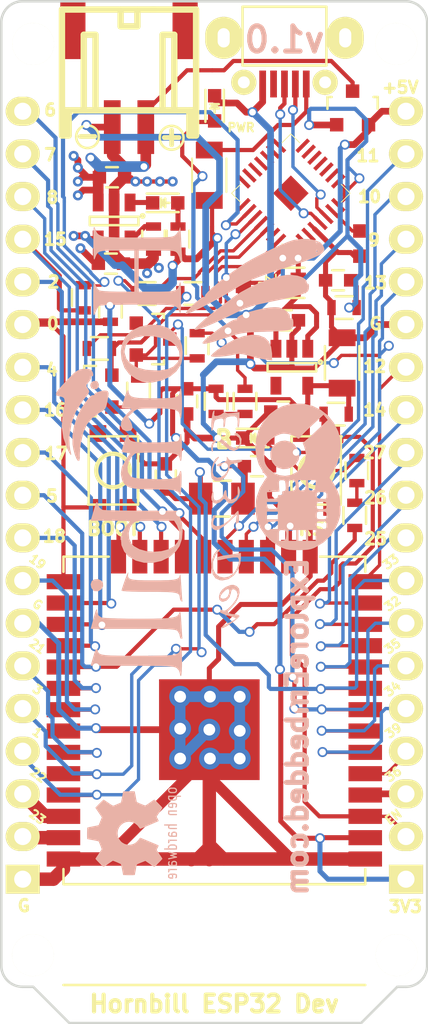
<source format=kicad_pcb>
(kicad_pcb (version 20171130) (host pcbnew 5.0.1-33cea8e~66~ubuntu18.04.1)
  (layers (0 F.Cu signal) (31 B.Cu signal) (34 B.Paste user) (35 F.Paste user) (36 B.SilkS user) (37 F.SilkS user) (38 B.Mask user) (39 F.Mask user) (44 Edge.Cuts user))
  (net 0 "")
  (net 1 +BATT)
  (net 2 GND)
  (net 3 +5V)
  (net 4 VCC)
  (net 5 +3V3)
  (net 6 /EN)
  (net 7 /TXD0)
  (net 8 /RXD0)
  (net 9 "Net-(CON1-Pad1)")
  (net 10 "Net-(CON1-Pad2)")
  (net 11 "Net-(CON1-Pad3)")
  (net 12 "Net-(D2-Pad2)")
  (net 13 "Net-(D2-Pad1)")
  (net 14 "Net-(D3-Pad2)")
  (net 15 "Net-(D4-Pad2)")
  (net 16 "Net-(IC1-Pad5)")
  (net 17 /IO13)
  (net 18 /SENSOR_VP)
  (net 19 /SENSOR_VN)
  (net 20 /IO34)
  (net 21 /IO35)
  (net 22 /IO32)
  (net 23 /IO33)
  (net 24 /IO25)
  (net 25 /IO26)
  (net 26 /IO27)
  (net 27 /IO14)
  (net 28 /IO12)
  (net 29 /IO0)
  (net 30 /IO4)
  (net 31 /IO16)
  (net 32 /IO17)
  (net 33 /IO5)
  (net 34 /IO18)
  (net 35 /IO19)
  (net 36 /IO21)
  (net 37 /IO22)
  (net 38 /IO23)
  (net 39 /SD2)
  (net 40 /SD3)
  (net 41 /CMD)
  (net 42 /CLK)
  (net 43 /SD0)
  (net 44 /SD1)
  (net 45 /IO15)
  (net 46 /IO2)
  (net 47 "Net-(Q2-Pad1)")
  (net 48 /RTS)
  (net 49 "Net-(Q3-Pad1)")
  (net 50 /DTR)
  (net 51 "Net-(R9-Pad2)")
  (net 52 "Net-(R17-Pad1)")
  (net 53 "Net-(R13-Pad2)")
  (net 54 "Net-(R8-Pad2)")
  (net 55 "Net-(R12-Pad2)")
  (net 56 "Net-(CON1-Pad4)")
  (net 57 "Net-(M1-Pad32)")
  (net 58 "Net-(U4-Pad4)")
  (net 59 "Net-(U5-Pad1)")
  (net 60 "Net-(U5-Pad9)")
  (net 61 "Net-(U5-Pad10)")
  (net 62 "Net-(U5-Pad11)")
  (net 63 "Net-(U5-Pad12)")
  (net 64 "Net-(U5-Pad13)")
  (net 65 "Net-(U5-Pad14)")
  (net 66 "Net-(U5-Pad15)")
  (net 67 "Net-(U5-Pad16)")
  (net 68 "Net-(U5-Pad17)")
  (net 69 "Net-(U5-Pad22)")
  (net 70 "Net-(U5-Pad2)")
  (net 71 "Net-(U5-Pad27)")
  (net 72 "Net-(U5-Pad21)")
  (net 73 "Net-(U5-Pad20)")
  (net 74 "Net-(U5-Pad18)")
  (net 75 "Net-(C4-Pad2)")
  (module Hornbill:SOD-80_diode (layer F.Cu) (at 93.4212 84.074 180)
    (fp_text reference D1 hide)
    (fp_text value BAT20J hide)
    (pad 1 smd rect (at -1.635 0 180) (size 0.91 1.22) (layers F.Cu F.Paste F.Mask) (net 3 +5V))
    (pad 2 smd rect (at 1.635 0 180) (size 0.91 1.22) (layers F.Cu F.Paste F.Mask) (net 4 VCC))
  )
  (module Capacitors_SMD:C_0603 (layer F.Cu) (at 98.7044 81.7372 90)
    (fp_text reference C4 hide)
    (fp_text value 0.1uF)
    (pad 1 smd rect (at -0.75 0 90) (size 0.8 0.75) (layers F.Cu F.Paste F.Mask) (net 2 GND))
    (pad 2 smd rect (at 0.75 0 90) (size 0.8 0.75) (layers F.Cu F.Paste F.Mask) (net 75 "Net-(C4-Pad2)"))
  )
  (module Capacitors_SMD:C_0603 (layer F.Cu) (at 83.8835 82.931)
    (fp_text reference C6 hide)
    (fp_text value 4.7uF hide)
    (pad 1 smd rect (at -0.75 0) (size 0.8 0.75) (layers F.Cu F.Paste F.Mask) (net 4 VCC))
    (pad 2 smd rect (at 0.75 0) (size 0.8 0.75) (layers F.Cu F.Paste F.Mask) (net 2 GND))
  )
  (module Hornbill:JST_SMD (layer F.Cu) (at 84.963 74.803 180)
    (fp_text reference P1 hide)
    (fp_text value LIPO hide)
    (pad 1 smd rect (at -1.00076 0 180) (size 0.99568 3.2) (layers F.Cu F.Paste F.Mask) (net 1 +BATT))
    (pad 2 smd rect (at 1.00076 0 180) (size 0.99822 3.2) (layers F.Cu F.Paste F.Mask) (net 2 GND))
    (pad "" smd rect (at -3.34518 5.74802 180) (size 1.4986 3.39852) (layers F.Cu F.Paste F.Mask))
    (pad "" smd rect (at 3.34772 5.74802 180) (size 1.4986 3.39598) (layers F.Cu F.Paste F.Mask))
  )
  (module Pin_Headers:Pin_Header_Straight_1x19 (layer F.Cu) (at 78.622721 119.577474 180)
    (fp_text reference P3 hide)
    (fp_text value CONN_01X19 hide)
    (pad 1 thru_hole rect (at 0 0 180) (size 2.032 1.7272) (drill 1.016) (layers *.Cu *.Mask F.SilkS) (net 2 GND))
    (pad 2 thru_hole oval (at 0 2.54 180) (size 2.032 1.7272) (drill 1.016) (layers *.Cu *.Mask F.SilkS) (net 38 /IO23))
    (pad 3 thru_hole oval (at 0 5.08 180) (size 2.032 1.7272) (drill 1.016) (layers *.Cu *.Mask F.SilkS) (net 37 /IO22))
    (pad 4 thru_hole oval (at 0 7.62 180) (size 2.032 1.7272) (drill 1.016) (layers *.Cu *.Mask F.SilkS) (net 7 /TXD0))
    (pad 5 thru_hole oval (at 0 10.16 180) (size 2.032 1.7272) (drill 1.016) (layers *.Cu *.Mask F.SilkS) (net 8 /RXD0))
    (pad 6 thru_hole oval (at 0 12.7 180) (size 2.032 1.7272) (drill 1.016) (layers *.Cu *.Mask F.SilkS) (net 36 /IO21))
    (pad 7 thru_hole oval (at 0 15.24 180) (size 2.032 1.7272) (drill 1.016) (layers *.Cu *.Mask F.SilkS) (net 2 GND))
    (pad 8 thru_hole oval (at 0 17.78 180) (size 2.032 1.7272) (drill 1.016) (layers *.Cu *.Mask F.SilkS) (net 35 /IO19))
    (pad 9 thru_hole oval (at 0 20.32 180) (size 2.032 1.7272) (drill 1.016) (layers *.Cu *.Mask F.SilkS) (net 34 /IO18))
    (pad 10 thru_hole oval (at 0 22.86 180) (size 2.032 1.7272) (drill 1.016) (layers *.Cu *.Mask F.SilkS) (net 33 /IO5))
    (pad 11 thru_hole oval (at 0 25.4 180) (size 2.032 1.7272) (drill 1.016) (layers *.Cu *.Mask F.SilkS) (net 32 /IO17))
    (pad 12 thru_hole oval (at 0 27.94 180) (size 2.032 1.7272) (drill 1.016) (layers *.Cu *.Mask F.SilkS) (net 31 /IO16))
    (pad 13 thru_hole oval (at 0 30.48 180) (size 2.032 1.7272) (drill 1.016) (layers *.Cu *.Mask F.SilkS) (net 30 /IO4))
    (pad 14 thru_hole oval (at 0 33.02 180) (size 2.032 1.7272) (drill 1.016) (layers *.Cu *.Mask F.SilkS) (net 29 /IO0))
    (pad 15 thru_hole oval (at 0 35.56 180) (size 2.032 1.7272) (drill 1.016) (layers *.Cu *.Mask F.SilkS) (net 46 /IO2))
    (pad 16 thru_hole oval (at 0 38.1 180) (size 2.032 1.7272) (drill 1.016) (layers *.Cu *.Mask F.SilkS) (net 45 /IO15))
    (pad 17 thru_hole oval (at 0 40.64 180) (size 2.032 1.7272) (drill 1.016) (layers *.Cu *.Mask F.SilkS) (net 44 /SD1))
    (pad 18 thru_hole oval (at 0 43.18 180) (size 2.032 1.7272) (drill 1.016) (layers *.Cu *.Mask F.SilkS) (net 43 /SD0))
    (pad 19 thru_hole oval (at 0 45.72 180) (size 2.032 1.7272) (drill 1.016) (layers *.Cu *.Mask F.SilkS) (net 42 /CLK))
  )
  (module Pin_Headers:Pin_Header_Straight_1x19 (layer F.Cu) (at 101.482721 119.577474 180)
    (fp_text reference P2 hide)
    (fp_text value CONN_01X19 hide)
    (pad 1 thru_hole rect (at 0 0 180) (size 2.032 1.7272) (drill 1.016) (layers *.Cu *.Mask F.SilkS) (net 5 +3V3))
    (pad 2 thru_hole oval (at 0 2.54 180) (size 2.032 1.7272) (drill 1.016) (layers *.Cu *.Mask F.SilkS) (net 6 /EN))
    (pad 3 thru_hole oval (at 0 5.08 180) (size 2.032 1.7272) (drill 1.016) (layers *.Cu *.Mask F.SilkS) (net 18 /SENSOR_VP))
    (pad 4 thru_hole oval (at 0 7.62 180) (size 2.032 1.7272) (drill 1.016) (layers *.Cu *.Mask F.SilkS) (net 19 /SENSOR_VN))
    (pad 5 thru_hole oval (at 0 10.16 180) (size 2.032 1.7272) (drill 1.016) (layers *.Cu *.Mask F.SilkS) (net 20 /IO34))
    (pad 6 thru_hole oval (at 0 12.7 180) (size 2.032 1.7272) (drill 1.016) (layers *.Cu *.Mask F.SilkS) (net 21 /IO35))
    (pad 7 thru_hole oval (at 0 15.24 180) (size 2.032 1.7272) (drill 1.016) (layers *.Cu *.Mask F.SilkS) (net 22 /IO32))
    (pad 8 thru_hole oval (at 0 17.78 180) (size 2.032 1.7272) (drill 1.016) (layers *.Cu *.Mask F.SilkS) (net 23 /IO33))
    (pad 9 thru_hole oval (at 0 20.32 180) (size 2.032 1.7272) (drill 1.016) (layers *.Cu *.Mask F.SilkS) (net 24 /IO25))
    (pad 10 thru_hole oval (at 0 22.86 180) (size 2.032 1.7272) (drill 1.016) (layers *.Cu *.Mask F.SilkS) (net 25 /IO26))
    (pad 11 thru_hole oval (at 0 25.4 180) (size 2.032 1.7272) (drill 1.016) (layers *.Cu *.Mask F.SilkS) (net 26 /IO27))
    (pad 12 thru_hole oval (at 0 27.94 180) (size 2.032 1.7272) (drill 1.016) (layers *.Cu *.Mask F.SilkS) (net 27 /IO14))
    (pad 13 thru_hole oval (at 0 30.48 180) (size 2.032 1.7272) (drill 1.016) (layers *.Cu *.Mask F.SilkS) (net 28 /IO12))
    (pad 14 thru_hole oval (at 0 33.02 180) (size 2.032 1.7272) (drill 1.016) (layers *.Cu *.Mask F.SilkS) (net 2 GND))
    (pad 15 thru_hole oval (at 0 35.56 180) (size 2.032 1.7272) (drill 1.016) (layers *.Cu *.Mask F.SilkS) (net 17 /IO13))
    (pad 16 thru_hole oval (at 0 38.1 180) (size 2.032 1.7272) (drill 1.016) (layers *.Cu *.Mask F.SilkS) (net 39 /SD2))
    (pad 17 thru_hole oval (at 0 40.64 180) (size 2.032 1.7272) (drill 1.016) (layers *.Cu *.Mask F.SilkS) (net 40 /SD3))
    (pad 18 thru_hole oval (at 0 43.18 180) (size 2.032 1.7272) (drill 1.016) (layers *.Cu *.Mask F.SilkS) (net 41 /CMD))
    (pad 19 thru_hole oval (at 0 45.72 180) (size 2.032 1.7272) (drill 1.016) (layers *.Cu *.Mask F.SilkS) (net 3 +5V))
  )
  (module Resistors_SMD:R_0603 (layer F.Cu) (at 82.2325 84.963 90)
    (fp_text reference R12 hide)
    (fp_text value 0E hide)
    (pad 1 smd rect (at -0.75 0 90) (size 0.5 0.9) (layers F.Cu F.Paste F.Mask) (net 45 /IO15))
    (pad 2 smd rect (at 0.75 0 90) (size 0.5 0.9) (layers F.Cu F.Paste F.Mask) (net 55 "Net-(R12-Pad2)"))
  )
  (module Resistors_SMD:R_0603 (layer F.Cu) (at 88.773 84.709)
    (fp_text reference R8 hide)
    (fp_text value 0E hide)
    (pad 1 smd rect (at -0.75 0) (size 0.5 0.9) (layers F.Cu F.Paste F.Mask) (net 8 /RXD0))
    (pad 2 smd rect (at 0.75 0) (size 0.5 0.9) (layers F.Cu F.Paste F.Mask) (net 54 "Net-(R8-Pad2)"))
  )
  (module Mounting_Holes:MountingHole_2-5mm (layer F.Cu) (at 79.248 69.85 180)
    (fp_text reference U8 hide)
    (fp_text value MountingHole hide)
    (pad "" np_thru_hole circle (at 0 0 180) (size 2.5 2.5) (drill 2.5) (layers *.Cu *.Mask F.SilkS))
  )
  (module Mounting_Holes:MountingHole_2-5mm (layer F.Cu) (at 100.9015 69.85 180)
    (fp_text reference U7 hide)
    (fp_text value MountingHole hide)
    (pad "" np_thru_hole circle (at 0 0 180) (size 2.5 2.5) (drill 2.5) (layers *.Cu *.Mask F.SilkS))
  )
  (module Mounting_Holes:MountingHole_2-5mm (layer F.Cu) (at 79.23232 124.098674 180)
    (fp_text reference U9 hide)
    (fp_text value MountingHole hide)
    (pad "" np_thru_hole circle (at 0 0 180) (size 2.5 2.5) (drill 2.5) (layers *.Cu *.Mask F.SilkS))
  )
  (module Mounting_Holes:MountingHole_2-5mm (layer F.Cu) (at 100.923919 124.098675 180)
    (fp_text reference U6 hide)
    (fp_text value MountingHole hide)
    (pad "" np_thru_hole circle (at 0 0 180) (size 2.5 2.5) (drill 2.5) (layers *.Cu *.Mask F.SilkS))
  )
  (module LEDs:LED-0603 (layer F.Cu) (at 87.122 79.3115)
    (fp_text reference D2 hide)
    (fp_text value Yellow hide)
    (pad 2 smd rect (at 0.7493 0 180) (size 0.79756 0.79756) (layers F.Cu F.Paste F.Mask) (net 12 "Net-(D2-Pad2)"))
    (pad 1 smd rect (at -0.7493 0 180) (size 0.79756 0.79756) (layers F.Cu F.Paste F.Mask) (net 13 "Net-(D2-Pad1)"))
  )
  (module LEDs:LED-0603 (layer F.Cu) (at 90.0684 73.6854 270)
    (fp_text reference D3 hide)
    (fp_text value LED hide)
    (pad 2 smd rect (at 0.7493 0 90) (size 0.79756 0.79756) (layers F.Cu F.Paste F.Mask) (net 14 "Net-(D3-Pad2)"))
    (pad 1 smd rect (at -0.7493 0 90) (size 0.79756 0.79756) (layers F.Cu F.Paste F.Mask) (net 2 GND))
  )
  (module LEDs:LED-0603 (layer F.Cu) (at 92.49112 93.313875)
    (fp_text reference D4 hide)
    (fp_text value Blue hide)
    (pad 2 smd rect (at 0.7493 0 180) (size 0.79756 0.79756) (layers F.Cu F.Paste F.Mask) (net 15 "Net-(D4-Pad2)"))
    (pad 1 smd rect (at -0.7493 0 180) (size 0.79756 0.79756) (layers F.Cu F.Paste F.Mask) (net 2 GND))
  )
  (module TO_SOT_Packages_SMD:SOT-23-5 (layer F.Cu) (at 84.074 80.391 270)
    (fp_text reference IC1 hide)
    (fp_text value MCP73831 hide)
    (pad 1 smd rect (at -1.1 -0.95 270) (size 1.06 0.65) (layers F.Cu F.Paste F.Mask) (net 13 "Net-(D2-Pad1)"))
    (pad 2 smd rect (at -1.1 0 270) (size 1.06 0.65) (layers F.Cu F.Paste F.Mask) (net 2 GND))
    (pad 3 smd rect (at -1.1 0.95 270) (size 1.06 0.65) (layers F.Cu F.Paste F.Mask) (net 1 +BATT))
    (pad 4 smd rect (at 1.1 0.95 270) (size 1.06 0.65) (layers F.Cu F.Paste F.Mask) (net 4 VCC))
    (pad 5 smd rect (at 1.1 -0.95 270) (size 1.06 0.65) (layers F.Cu F.Paste F.Mask) (net 16 "Net-(IC1-Pad5)"))
  )
  (module TO_SOT_Packages_SMD:SOT-23 (layer F.Cu) (at 98.298 73.66)
    (fp_text reference Q1 hide)
    (fp_text value IRLML5203 hide)
    (pad 1 smd rect (at -0.95 1.00076) (size 0.8001 0.8001) (layers F.Cu F.Paste F.Mask) (net 4 VCC))
    (pad 2 smd rect (at 0.95 1.00076) (size 0.8001 0.8001) (layers F.Cu F.Paste F.Mask) (net 3 +5V))
    (pad 3 smd rect (at 0 -0.99822) (size 0.8001 0.8001) (layers F.Cu F.Paste F.Mask) (net 1 +BATT))
  )
  (module TO_SOT_Packages_SMD:SOT-23-5 (layer F.Cu) (at 94.675519 89.097475 270)
    (fp_text reference U4 hide)
    (fp_text value AP2112K hide)
    (pad 1 smd rect (at -1.1 -0.95 270) (size 1.06 0.65) (layers F.Cu F.Paste F.Mask) (net 3 +5V))
    (pad 2 smd rect (at -1.1 0 270) (size 1.06 0.65) (layers F.Cu F.Paste F.Mask) (net 2 GND))
    (pad 3 smd rect (at -1.1 0.95 270) (size 1.06 0.65) (layers F.Cu F.Paste F.Mask) (net 3 +5V))
    (pad 4 smd rect (at 1.1 0.95 270) (size 1.06 0.65) (layers F.Cu F.Paste F.Mask) (net 58 "Net-(U4-Pad4)"))
    (pad 5 smd rect (at 1.1 -0.95 270) (size 1.06 0.65) (layers F.Cu F.Paste F.Mask) (net 5 +3V3))
  )
  (module TO_SOT_Packages_SMD:SOT-23 (layer F.Cu) (at 86.39512 87.421074 270)
    (fp_text reference Q2 hide)
    (fp_text value S8050 hide)
    (pad 1 smd rect (at -0.95 1.00076 270) (size 0.8001 0.8001) (layers F.Cu F.Paste F.Mask) (net 47 "Net-(Q2-Pad1)"))
    (pad 2 smd rect (at 0.95 1.00076 270) (size 0.8001 0.8001) (layers F.Cu F.Paste F.Mask) (net 48 /RTS))
    (pad 3 smd rect (at 0 -0.99822 270) (size 0.8001 0.8001) (layers F.Cu F.Paste F.Mask) (net 6 /EN))
  )
  (module TO_SOT_Packages_SMD:SOT-23 (layer F.Cu) (at 82.94072 90.519874 90)
    (fp_text reference Q3 hide)
    (fp_text value S8050 hide)
    (pad 1 smd rect (at -0.95 1.00076 90) (size 0.8001 0.8001) (layers F.Cu F.Paste F.Mask) (net 49 "Net-(Q3-Pad1)"))
    (pad 2 smd rect (at 0.95 1.00076 90) (size 0.8001 0.8001) (layers F.Cu F.Paste F.Mask) (net 50 /DTR))
    (pad 3 smd rect (at 0 -0.99822 90) (size 0.8001 0.8001) (layers F.Cu F.Paste F.Mask) (net 29 /IO0))
  )
  (module Resistors_SMD:R_0603 (layer F.Cu) (at 97.79 85.5472 180)
    (fp_text reference R1 hide)
    (fp_text value 100K hide)
    (pad 1 smd rect (at -0.75 0 180) (size 0.5 0.9) (layers F.Cu F.Paste F.Mask) (net 4 VCC))
    (pad 2 smd rect (at 0.75 0 180) (size 0.5 0.9) (layers F.Cu F.Paste F.Mask) (net 2 GND))
  )
  (module Resistors_SMD:R_0603 (layer F.Cu) (at 86.4235 81.4705 270)
    (fp_text reference R2 hide)
    (fp_text value 2K hide)
    (pad 1 smd rect (at -0.75 0 270) (size 0.5 0.9) (layers F.Cu F.Paste F.Mask) (net 16 "Net-(IC1-Pad5)"))
    (pad 2 smd rect (at 0.75 0 270) (size 0.5 0.9) (layers F.Cu F.Paste F.Mask) (net 2 GND))
  )
  (module Resistors_SMD:R_0603 (layer F.Cu) (at 91.88152 91.129475 270)
    (fp_text reference R3 hide)
    (fp_text value 1K hide)
    (pad 1 smd rect (at -0.75 0 270) (size 0.5 0.9) (layers F.Cu F.Paste F.Mask) (net 14 "Net-(D3-Pad2)"))
    (pad 2 smd rect (at 0.75 0 270) (size 0.5 0.9) (layers F.Cu F.Paste F.Mask) (net 52 "Net-(R17-Pad1)"))
  )
  (module Resistors_SMD:R_0603 (layer F.Cu) (at 87.884 81.4705 90)
    (fp_text reference R4 hide)
    (fp_text value 1K hide)
    (pad 1 smd rect (at -0.75 0 90) (size 0.5 0.9) (layers F.Cu F.Paste F.Mask) (net 4 VCC))
    (pad 2 smd rect (at 0.75 0 90) (size 0.5 0.9) (layers F.Cu F.Paste F.Mask) (net 12 "Net-(D2-Pad2)"))
  )
  (module Resistors_SMD:R_0603 (layer F.Cu) (at 83.19472 87.979875)
    (fp_text reference R5 hide)
    (fp_text value 12K hide)
    (pad 1 smd rect (at -0.75 0) (size 0.5 0.9) (layers F.Cu F.Paste F.Mask) (net 47 "Net-(Q2-Pad1)"))
    (pad 2 smd rect (at 0.75 0) (size 0.5 0.9) (layers F.Cu F.Paste F.Mask) (net 50 /DTR))
  )
  (module Resistors_SMD:R_0603 (layer F.Cu) (at 85.53152 90.519874 90)
    (fp_text reference R6 hide)
    (fp_text value 12K hide)
    (pad 1 smd rect (at -0.75 0 90) (size 0.5 0.9) (layers F.Cu F.Paste F.Mask) (net 49 "Net-(Q3-Pad1)"))
    (pad 2 smd rect (at 0.75 0 90) (size 0.5 0.9) (layers F.Cu F.Paste F.Mask) (net 48 /RTS))
  )
  (module Resistors_SMD:R_0603 (layer F.Cu) (at 97.31712 91.891475 180)
    (fp_text reference R7 hide)
    (fp_text value 10K hide)
    (pad 1 smd rect (at -0.75 0 180) (size 0.5 0.9) (layers F.Cu F.Paste F.Mask) (net 5 +3V3))
    (pad 2 smd rect (at 0.75 0 180) (size 0.5 0.9) (layers F.Cu F.Paste F.Mask) (net 6 /EN))
  )
  (module Resistors_SMD:R_0603 (layer F.Cu) (at 86.0425 84.709)
    (fp_text reference R9 hide)
    (fp_text value 0E hide)
    (pad 1 smd rect (at -0.75 0) (size 0.5 0.9) (layers F.Cu F.Paste F.Mask) (net 7 /TXD0))
    (pad 2 smd rect (at 0.75 0) (size 0.5 0.9) (layers F.Cu F.Paste F.Mask) (net 51 "Net-(R9-Pad2)"))
  )
  (module Resistors_SMD:R_0603 (layer F.Cu) (at 89.027 87.8205 270)
    (fp_text reference R10 hide)
    (fp_text value 0E hide)
    (pad 1 smd rect (at -0.75 0 270) (size 0.5 0.9) (layers F.Cu F.Paste F.Mask) (net 17 /IO13))
    (pad 2 smd rect (at 0.75 0 270) (size 0.5 0.9) (layers F.Cu F.Paste F.Mask) (net 48 /RTS))
  )
  (module Resistors_SMD:R_0603 (layer F.Cu) (at 83.85512 85.643075 270)
    (fp_text reference R11 hide)
    (fp_text value 10K hide)
    (pad 1 smd rect (at -0.75 0 270) (size 0.5 0.9) (layers F.Cu F.Paste F.Mask) (net 5 +3V3))
    (pad 2 smd rect (at 0.75 0 270) (size 0.5 0.9) (layers F.Cu F.Paste F.Mask) (net 29 /IO0))
  )
  (module Resistors_SMD:R_0603 (layer F.Cu) (at 98.552 95.25 270)
    (fp_text reference R13 hide)
    (fp_text value 330E hide)
    (pad 1 smd rect (at -0.75 0 270) (size 0.5 0.9) (layers F.Cu F.Paste F.Mask) (net 15 "Net-(D4-Pad2)"))
    (pad 2 smd rect (at 0.75 0 270) (size 0.5 0.9) (layers F.Cu F.Paste F.Mask) (net 53 "Net-(R13-Pad2)"))
  )
  (module Capacitors_SMD:C_0603 (layer F.Cu) (at 83.947 77.7875)
    (fp_text reference C1 hide)
    (fp_text value 4.7uF hide)
    (pad 1 smd rect (at -0.75 0) (size 0.8 0.75) (layers F.Cu F.Paste F.Mask) (net 1 +BATT))
    (pad 2 smd rect (at 0.75 0) (size 0.8 0.75) (layers F.Cu F.Paste F.Mask) (net 2 GND))
  )
  (module Capacitors_SMD:C_0603 (layer F.Cu) (at 94.31992 86.303475)
    (fp_text reference C2 hide)
    (fp_text value 1uF hide)
    (pad 1 smd rect (at -0.75 0) (size 0.8 0.75) (layers F.Cu F.Paste F.Mask) (net 3 +5V))
    (pad 2 smd rect (at 0.75 0) (size 0.8 0.75) (layers F.Cu F.Paste F.Mask) (net 2 GND))
  )
  (module Capacitors_SMD:C_0603 (layer F.Cu) (at 97.4344 83.9216)
    (fp_text reference C3 hide)
    (fp_text value 0.1uF hide)
    (pad 1 smd rect (at -0.75 0) (size 0.8 0.75) (layers F.Cu F.Paste F.Mask) (net 2 GND))
    (pad 2 smd rect (at 0.75 0) (size 0.8 0.75) (layers F.Cu F.Paste F.Mask) (net 4 VCC))
  )
  (module Capacitors_SMD:C_0603 (layer F.Cu) (at 94.167521 91.739074 180)
    (fp_text reference C5 hide)
    (fp_text value 2.2uF hide)
    (pad 1 smd rect (at -0.75 0 180) (size 0.8 0.75) (layers F.Cu F.Paste F.Mask) (net 5 +3V3))
    (pad 2 smd rect (at 0.75 0 180) (size 0.8 0.75) (layers F.Cu F.Paste F.Mask) (net 2 GND))
  )
  (module Capacitors_SMD:C_1206 (layer F.Cu) (at 97.67272 88.843474 90)
    (fp_text reference C7 hide)
    (fp_text value 100uF hide)
    (pad 1 smd rect (at -1.5 0 90) (size 1 1.6) (layers F.Cu F.Paste F.Mask) (net 5 +3V3))
    (pad 2 smd rect (at 1.5 0 90) (size 1 1.6) (layers F.Cu F.Paste F.Mask) (net 2 GND))
  )
  (module Capacitors_SMD:C_0603 (layer F.Cu) (at 92.592719 94.990275)
    (fp_text reference C8 hide)
    (fp_text value 15pF hide)
    (pad 1 smd rect (at -0.75 0) (size 0.8 0.75) (layers F.Cu F.Paste F.Mask) (net 22 /IO32))
    (pad 2 smd rect (at 0.75 0) (size 0.8 0.75) (layers F.Cu F.Paste F.Mask) (net 2 GND))
  )
  (module Capacitors_SMD:C_0603 (layer F.Cu) (at 88.42712 91.129475 270)
    (fp_text reference C9 hide)
    (fp_text value 100nF hide)
    (pad 1 smd rect (at -0.75 0 270) (size 0.8 0.75) (layers F.Cu F.Paste F.Mask) (net 5 +3V3))
    (pad 2 smd rect (at 0.75 0 270) (size 0.8 0.75) (layers F.Cu F.Paste F.Mask) (net 2 GND))
  )
  (module Capacitors_SMD:C_0603 (layer F.Cu) (at 87.15712 95.599875 90)
    (fp_text reference C10 hide)
    (fp_text value 15pF hide)
    (pad 1 smd rect (at -0.75 0 90) (size 0.8 0.75) (layers F.Cu F.Paste F.Mask) (net 23 /IO33))
    (pad 2 smd rect (at 0.75 0 90) (size 0.8 0.75) (layers F.Cu F.Paste F.Mask) (net 2 GND))
  )
  (module Resistors_SMD:R_0603 (layer F.Cu) (at 98.425 97.917 90)
    (fp_text reference R16 hide)
    (fp_text value 0E hide)
    (pad 1 smd rect (at -0.75 0 90) (size 0.5 0.9) (layers F.Cu F.Paste F.Mask) (net 33 /IO5))
    (pad 2 smd rect (at 0.75 0 90) (size 0.5 0.9) (layers F.Cu F.Paste F.Mask) (net 53 "Net-(R13-Pad2)"))
  )
  (module Resistors_SMD:R_0603 (layer F.Cu) (at 90.15432 91.129475 90)
    (fp_text reference R17 hide)
    (fp_text value 0E hide)
    (pad 1 smd rect (at -0.75 0 90) (size 0.5 0.9) (layers F.Cu F.Paste F.Mask) (net 52 "Net-(R17-Pad1)"))
    (pad 2 smd rect (at 0.75 0 90) (size 0.5 0.9) (layers F.Cu F.Paste F.Mask) (net 5 +3V3))
  )
  (module Hornbill:USB_Micro-B_SMD_NEW_1 (layer F.Cu) (at 94.234 72.136 270)
    (fp_text reference CON1 hide)
    (fp_text value USB-MINI-B hide)
    (pad 1 smd rect (at 0.1 -1.3 270) (size 1.6 0.4) (layers F.Cu F.Paste F.Mask) (net 9 "Net-(CON1-Pad1)"))
    (pad 2 smd rect (at 0.1 -0.65 270) (size 1.6 0.4) (layers F.Cu F.Paste F.Mask) (net 10 "Net-(CON1-Pad2)"))
    (pad 3 smd rect (at 0.1 0 270) (size 1.6 0.4) (layers F.Cu F.Paste F.Mask) (net 11 "Net-(CON1-Pad3)"))
    (pad 4 smd rect (at 0.1 0.65 270) (size 1.6 0.4) (layers F.Cu F.Paste F.Mask) (net 56 "Net-(CON1-Pad4)"))
    (pad 5 smd rect (at 0.1 1.3 270) (size 1.6 0.4) (layers F.Cu F.Paste F.Mask) (net 2 GND))
    (pad "" thru_hole circle (at 0 -2.425 270) (size 1.5 1.5) (drill 0.71) (layers *.Cu *.Mask F.SilkS))
    (pad "" thru_hole oval (at -2.65 -3.625 270) (size 2.5 2.2) (drill oval 1.15 0.72) (layers *.Cu *.Mask F.SilkS))
    (pad "" thru_hole circle (at 0 2.425 270) (size 1.5 1.5) (drill 0.71) (layers *.Cu *.Mask F.SilkS))
    (pad "" thru_hole oval (at -2.65 3.625 270) (size 2.5 2.2) (drill oval 1.15 0.72) (layers *.Cu *.Mask F.SilkS))
  )
  (module Hornbill:ESP-32S (layer F.Cu) (at 90.052721 113.125875 180)
    (fp_text reference M1 hide)
    (fp_text value ESP-WROOM-32 hide)
    (pad 1 smd rect (at -9 -5.25 180) (size 2 0.9) (layers F.Cu F.Paste F.Mask) (net 2 GND))
    (pad 2 smd rect (at -9 -3.98 180) (size 2 0.9) (layers F.Cu F.Paste F.Mask) (net 5 +3V3))
    (pad 3 smd rect (at -9 -2.71 180) (size 2 0.9) (layers F.Cu F.Paste F.Mask) (net 6 /EN))
    (pad 4 smd rect (at -9 -1.44 180) (size 2 0.9) (layers F.Cu F.Paste F.Mask) (net 18 /SENSOR_VP))
    (pad 5 smd rect (at -9 -0.17 180) (size 2 0.9) (layers F.Cu F.Paste F.Mask) (net 19 /SENSOR_VN))
    (pad 6 smd rect (at -9 1.1 180) (size 2 0.9) (layers F.Cu F.Paste F.Mask) (net 20 /IO34))
    (pad 7 smd rect (at -9 2.37 180) (size 2 0.9) (layers F.Cu F.Paste F.Mask) (net 21 /IO35))
    (pad 8 smd rect (at -9 3.64 180) (size 2 0.9) (layers F.Cu F.Paste F.Mask) (net 22 /IO32))
    (pad 9 smd rect (at -9 4.91 180) (size 2 0.9) (layers F.Cu F.Paste F.Mask) (net 23 /IO33))
    (pad 10 smd rect (at -9 6.18 180) (size 2 0.9) (layers F.Cu F.Paste F.Mask) (net 24 /IO25))
    (pad 11 smd rect (at -9 7.45 180) (size 2 0.9) (layers F.Cu F.Paste F.Mask) (net 25 /IO26))
    (pad 12 smd rect (at -9 8.72 180) (size 2 0.9) (layers F.Cu F.Paste F.Mask) (net 26 /IO27))
    (pad 13 smd rect (at -9 9.99 180) (size 2 0.9) (layers F.Cu F.Paste F.Mask) (net 27 /IO14))
    (pad 14 smd rect (at -9 11.26 180) (size 2 0.9) (layers F.Cu F.Paste F.Mask) (net 28 /IO12))
    (pad 38 smd rect (at 9 -5.25 180) (size 2 0.9) (layers F.Cu F.Paste F.Mask) (net 2 GND))
    (pad 25 smd rect (at 9 11.26 180) (size 2 0.9) (layers F.Cu F.Paste F.Mask) (net 29 /IO0))
    (pad 26 smd rect (at 9 9.99 180) (size 2 0.9) (layers F.Cu F.Paste F.Mask) (net 30 /IO4))
    (pad 27 smd rect (at 9 8.72 180) (size 2 0.9) (layers F.Cu F.Paste F.Mask) (net 31 /IO16))
    (pad 28 smd rect (at 9 7.45 180) (size 2 0.9) (layers F.Cu F.Paste F.Mask) (net 32 /IO17))
    (pad 29 smd rect (at 9 6.18 180) (size 2 0.9) (layers F.Cu F.Paste F.Mask) (net 33 /IO5))
    (pad 30 smd rect (at 9 4.91 180) (size 2 0.9) (layers F.Cu F.Paste F.Mask) (net 34 /IO18))
    (pad 31 smd rect (at 9 3.64 180) (size 2 0.9) (layers F.Cu F.Paste F.Mask) (net 35 /IO19))
    (pad 32 smd rect (at 9 2.37 180) (size 2 0.9) (layers F.Cu F.Paste F.Mask) (net 57 "Net-(M1-Pad32)"))
    (pad 33 smd rect (at 9 1.1 180) (size 2 0.9) (layers F.Cu F.Paste F.Mask) (net 36 /IO21))
    (pad 34 smd rect (at 9 -0.17 180) (size 2 0.9) (layers F.Cu F.Paste F.Mask) (net 8 /RXD0))
    (pad 35 smd rect (at 9 -1.44 180) (size 2 0.9) (layers F.Cu F.Paste F.Mask) (net 7 /TXD0))
    (pad 36 smd rect (at 9 -2.71 180) (size 2 0.9) (layers F.Cu F.Paste F.Mask) (net 37 /IO22))
    (pad 37 smd rect (at 9 -3.98 180) (size 2 0.9) (layers F.Cu F.Paste F.Mask) (net 38 /IO23))
    (pad 15 smd rect (at -5.715 12.75 270) (size 2 0.9) (layers F.Cu F.Paste F.Mask) (net 2 GND))
    (pad 16 smd rect (at -4.43 12.75 270) (size 2 0.9) (layers F.Cu F.Paste F.Mask) (net 17 /IO13))
    (pad 17 smd rect (at -3.175 12.75 270) (size 2 0.9) (layers F.Cu F.Paste F.Mask) (net 39 /SD2))
    (pad 18 smd rect (at -1.905 12.75 270) (size 2 0.9) (layers F.Cu F.Paste F.Mask) (net 40 /SD3))
    (pad 19 smd rect (at -0.635 12.75 270) (size 2 0.9) (layers F.Cu F.Paste F.Mask) (net 41 /CMD))
    (pad 20 smd rect (at 0.635 12.75 270) (size 2 0.9) (layers F.Cu F.Paste F.Mask) (net 42 /CLK))
    (pad 21 smd rect (at 1.905 12.75 270) (size 2 0.9) (layers F.Cu F.Paste F.Mask) (net 43 /SD0))
    (pad 22 smd rect (at 3.175 12.75 270) (size 2 0.9) (layers F.Cu F.Paste F.Mask) (net 44 /SD1))
    (pad 23 smd rect (at 4.445 12.75 270) (size 2 0.9) (layers F.Cu F.Paste F.Mask) (net 45 /IO15))
    (pad 24 smd rect (at 5.715 12.75 270) (size 2 0.9) (layers F.Cu F.Paste F.Mask) (net 46 /IO2))
    (pad 1 smd rect (at 0.3 2.45 270) (size 6 6) (layers F.Cu F.Paste F.Mask) (net 2 GND))
  )
  (module Hornbill:smd_push2_New (layer F.Cu) (at 96.14872 95.244275 270)
    (fp_text reference SW1 hide)
    (fp_text value SW_PUSH hide)
    (pad 1 smd rect (at -2.2 -0.9 270) (size 1.00076 1.00076) (layers F.Cu F.Paste F.Mask) (net 6 /EN))
    (pad 2 smd rect (at 2.2 0.9 270) (size 1.00076 1.00076) (layers F.Cu F.Paste F.Mask) (net 2 GND))
    (pad 3 smd rect (at -2.2 0.9 270) (size 1.00076 1.00076) (layers F.Cu F.Paste F.Mask))
    (pad 4 smd rect (at 2.2 -0.9 270) (size 1.00076 1.00076) (layers F.Cu F.Paste F.Mask))
  )
  (module Hornbill:smd_push2_New (layer F.Cu) (at 84.00752 95.244275 90)
    (fp_text reference SW2 hide)
    (fp_text value SW_PUSH hide)
    (pad 1 smd rect (at -2.2 -0.9 90) (size 1.00076 1.00076) (layers F.Cu F.Paste F.Mask) (net 29 /IO0))
    (pad 2 smd rect (at 2.2 0.9 90) (size 1.00076 1.00076) (layers F.Cu F.Paste F.Mask) (net 2 GND))
    (pad 3 smd rect (at -2.2 0.9 90) (size 1.00076 1.00076) (layers F.Cu F.Paste F.Mask))
    (pad 4 smd rect (at 2.2 -0.9 90) (size 1.00076 1.00076) (layers F.Cu F.Paste F.Mask))
  )
  (module Hornbill:Logo_silk_OSHW_6x6mm (layer B.Cu) (at 84.709 116.84 270)
    (fp_text reference U1 hide)
    (fp_text value OSH_Symbol hide)
  )
  (module Hornbill:Hornbill_ESP32_Dev (layer B.Cu) (at 88.5 94 270)
    (fp_text reference U2 hide)
    (fp_text value EE_Logo hide)
  )
  (module Hornbill:Logo_8 (layer B.Cu) (at 95 95.5 270)
    (fp_text reference U3 hide)
    (fp_text value EE_Logo hide)
  )
  (module Hornbill:SMD_RTC_Crstl (layer F.Cu) (at 90.56072 96.920675 180)
    (fp_text reference Y1 hide)
    (fp_text value "32.768KHz RTC Crystal" hide)
    (pad 1 smd rect (at -1.2 0 180) (size 1.4 1.9) (layers F.Cu F.Paste F.Mask) (net 22 /IO32))
    (pad 2 smd rect (at 1.3208 0 180) (size 1.4 1.9) (layers F.Cu F.Paste F.Mask) (net 23 /IO33))
  )
  (module Hornbill:Fuse_500mA (layer F.Cu) (at 89.74792 77.667476 90)
    (fp_text reference F1 hide)
    (fp_text value 500mA hide)
    (pad 1 smd rect (at -1.5 0 90) (size 1 1.6) (layers F.Cu F.Paste F.Mask) (net 4 VCC))
    (pad 2 smd rect (at 1.5 0 90) (size 1 1.6) (layers F.Cu F.Paste F.Mask) (net 9 "Net-(CON1-Pad1)"))
  )
  (module Hornbill:cp2102_xl2 (layer F.Cu) (at 94.615 78.74 135)
    (fp_text reference U5 hide)
    (fp_text value CP2102 hide)
    (pad 7 smd rect (at -2.49936 1.50114 135) (size 1.00076 0.23114) (layers F.Cu F.Paste F.Mask) (net 4 VCC))
    (pad 6 smd rect (at -2.49936 1.00076 135) (size 1.00076 0.23114) (layers F.Cu F.Paste F.Mask) (net 75 "Net-(C4-Pad2)"))
    (pad 5 smd rect (at -2.499359 0.50038 135) (size 1.00076 0.23114) (layers F.Cu F.Paste F.Mask) (net 10 "Net-(CON1-Pad2)"))
    (pad 4 smd rect (at -2.499359 0 135) (size 1.00076 0.23114) (layers F.Cu F.Paste F.Mask) (net 11 "Net-(CON1-Pad3)"))
    (pad 3 smd rect (at -2.499359 -0.50038 135) (size 1.00076 0.23114) (layers F.Cu F.Paste F.Mask) (net 2 GND))
    (pad 2 smd rect (at -2.49936 -1.00076 135) (size 1.00076 0.23114) (layers F.Cu F.Paste F.Mask) (net 70 "Net-(U5-Pad2)"))
    (pad 1 smd rect (at -2.49936 -1.50114 135) (size 1.00076 0.23114) (layers F.Cu F.Paste F.Mask) (net 59 "Net-(U5-Pad1)"))
    (pad 28 smd rect (at -1.50114 -2.49936 135) (size 0.23114 1.00076) (layers F.Cu F.Paste F.Mask) (net 50 /DTR))
    (pad 27 smd rect (at -1.00076 -2.49936 135) (size 0.23114 1.00076) (layers F.Cu F.Paste F.Mask) (net 71 "Net-(U5-Pad27)"))
    (pad 26 smd rect (at -0.50038 -2.499359 135) (size 0.23114 1.00076) (layers F.Cu F.Paste F.Mask) (net 54 "Net-(R8-Pad2)"))
    (pad 25 smd rect (at 0 -2.499359 135) (size 0.23114 1.00076) (layers F.Cu F.Paste F.Mask) (net 51 "Net-(R9-Pad2)"))
    (pad 24 smd rect (at 0.50038 -2.499359 135) (size 0.23114 1.00076) (layers F.Cu F.Paste F.Mask) (net 48 /RTS))
    (pad 23 smd rect (at 1.00076 -2.49936 135) (size 0.23114 1.00076) (layers F.Cu F.Paste F.Mask) (net 55 "Net-(R12-Pad2)"))
    (pad 22 smd rect (at 1.50114 -2.49936 135) (size 0.23114 1.00076) (layers F.Cu F.Paste F.Mask) (net 69 "Net-(U5-Pad22)"))
    (pad 21 smd rect (at 2.49936 -1.50114 135) (size 1.00076 0.23114) (layers F.Cu F.Paste F.Mask) (net 72 "Net-(U5-Pad21)"))
    (pad 20 smd rect (at 2.49936 -1.00076 135) (size 1.00076 0.23114) (layers F.Cu F.Paste F.Mask) (net 73 "Net-(U5-Pad20)"))
    (pad 19 smd rect (at 2.499359 -0.50038 135) (size 1.00076 0.23114) (layers F.Cu F.Paste F.Mask))
    (pad 18 smd rect (at 2.499359 0 135) (size 1.00076 0.23114) (layers F.Cu F.Paste F.Mask) (net 74 "Net-(U5-Pad18)"))
    (pad 17 smd rect (at 2.499359 0.50038 135) (size 1.00076 0.23114) (layers F.Cu F.Paste F.Mask) (net 68 "Net-(U5-Pad17)"))
    (pad 16 smd rect (at 2.49936 1.00076 135) (size 1.00076 0.23114) (layers F.Cu F.Paste F.Mask) (net 67 "Net-(U5-Pad16)"))
    (pad 15 smd rect (at 2.49936 1.50114 135) (size 1.00076 0.23114) (layers F.Cu F.Paste F.Mask) (net 66 "Net-(U5-Pad15)"))
    (pad 14 smd rect (at 1.50114 2.49936 135) (size 0.23114 1.00076) (layers F.Cu F.Paste F.Mask) (net 65 "Net-(U5-Pad14)"))
    (pad 13 smd rect (at 1.00076 2.49936 135) (size 0.23114 1.00076) (layers F.Cu F.Paste F.Mask) (net 64 "Net-(U5-Pad13)"))
    (pad 12 smd rect (at 0.50038 2.499359 135) (size 0.23114 1.00076) (layers F.Cu F.Paste F.Mask) (net 63 "Net-(U5-Pad12)"))
    (pad 11 smd rect (at 0 2.499359 135) (size 0.23114 1.00076) (layers F.Cu F.Paste F.Mask) (net 62 "Net-(U5-Pad11)"))
    (pad 10 smd rect (at -0.50038 2.499359 135) (size 0.23114 1.00076) (layers F.Cu F.Paste F.Mask) (net 61 "Net-(U5-Pad10)"))
    (pad 9 smd rect (at -1.00076 2.49936 135) (size 0.23114 1.00076) (layers F.Cu F.Paste F.Mask) (net 60 "Net-(U5-Pad9)"))
    (pad 8 smd rect (at -1.50114 2.49936 135) (size 0.23114 1.00076) (layers F.Cu F.Paste F.Mask) (net 4 VCC))
    (pad 29 smd rect (at 0 0 135) (size 1.50114 1.50114) (layers F.Cu F.Paste F.Mask))
    (pad "" smd circle (at -2.25044 -2.25044 135) (size 0.29972 0.29972) (layers F.Cu F.Paste F.Mask))
  )
  (gr_text B (at 90.6145 93.4085) (layer F.SilkS) (effects (font (size 1.016 1.016) (thickness 0.254))))
  (gr_text PWR (at 91.6432 74.8284) (layer F.SilkS) (effects (font (size 0.508 0.508) (thickness 0.127))))
  (gr_circle (center 82.4865 75.3745) (end 82.042 74.8665) (layer F.SilkS) (width 0.15))
  (gr_circle (center 87.503 75.438) (end 87.1855 74.803) (layer F.SilkS) (width 0.15))
  (gr_line (start 98.806 128.143) (end 99.06 127.889) (angle 90) (layer Edge.Cuts) (width 0.15))
  (gr_line (start 81.407 128.143) (end 98.806 128.143) (angle 90) (layer Edge.Cuts) (width 0.15))
  (gr_line (start 81.153 127.889) (end 81.407 128.143) (angle 90) (layer Edge.Cuts) (width 0.15))
  (gr_line (start 77.343 124.714) (end 77.343 68.58) (angle 90) (layer Edge.Cuts) (width 0.15))
  (gr_line (start 79.248 125.984) (end 78.613 125.984) (angle 90) (layer Edge.Cuts) (width 0.15))
  (gr_line (start 101.473 125.984) (end 100.965 125.984) (angle 90) (layer Edge.Cuts) (width 0.15))
  (gr_line (start 102.743 68.58) (end 102.743 124.714) (angle 90) (layer Edge.Cuts) (width 0.15))
  (gr_line (start 78.613 67.31) (end 101.473 67.31) (angle 90) (layer Edge.Cuts) (width 0.15))
  (gr_arc (start 78.613 68.58) (end 77.343 68.58) (angle 90) (layer Edge.Cuts) (width 0.15))
  (gr_arc (start 101.473 68.58) (end 101.473 67.31) (angle 90) (layer Edge.Cuts) (width 0.15))
  (gr_arc (start 101.473 124.714) (end 102.743 124.714) (angle 90) (layer Edge.Cuts) (width 0.15))
  (gr_arc (start 78.613 124.714) (end 78.613 125.984) (angle 90) (layer Edge.Cuts) (width 0.15))
  (gr_line (start 81.153 127.889) (end 79.248 125.984) (angle 90) (layer Edge.Cuts) (width 0.15))
  (gr_line (start 100.965 125.984) (end 99.06 127.889) (angle 90) (layer Edge.Cuts) (width 0.15))
  (gr_text BOOT (at 84.0232 98.7044) (layer F.SilkS) (effects (font (size 0.8 0.8) (thickness 0.2))))
  (gr_text RST (at 96.1644 98.7044) (layer F.SilkS) (effects (font (size 0.8 0.8) (thickness 0.2))))
  (gr_text "v1.0\n" (at 94.234 69.596) (layer B.SilkS) (effects (font (size 1.5 1.5) (thickness 0.3)) (justify mirror)))
  (gr_text 23 (at 79.502 115.8748 324) (layer F.SilkS) (effects (font (size 0.5 0.5) (thickness 0.125))))
  (gr_text 22 (at 79.5528 113.3856 324) (layer F.SilkS) (effects (font (size 0.5 0.5) (thickness 0.125))))
  (gr_text 1 (at 79.502 110.8456 324) (layer F.SilkS) (effects (font (size 0.5 0.5) (thickness 0.125))))
  (gr_text 3 (at 79.502 108.3056 324) (layer F.SilkS) (effects (font (size 0.5 0.5) (thickness 0.125))))
  (gr_text 21 (at 79.502 105.7148 324) (layer F.SilkS) (effects (font (size 0.5 0.5) (thickness 0.125))))
  (gr_text 19 (at 79.502 100.6856 324) (layer F.SilkS) (effects (font (size 0.5 0.5) (thickness 0.125))))
  (gr_text G (at 79.502 103.2256 324) (layer F.SilkS) (effects (font (size 0.5 0.5) (thickness 0.125))))
  (gr_text G (at 78.6892 121.158) (layer F.SilkS) (effects (font (size 0.7 0.7) (thickness 0.175))))
  (gr_text EN (at 100.7364 115.8748 36) (layer F.SilkS) (effects (font (size 0.5 0.5) (thickness 0.125))))
  (gr_text 36 (at 100.7364 113.3348 36) (layer F.SilkS) (effects (font (size 0.5 0.5) (thickness 0.125))))
  (gr_text 39 (at 100.7364 110.744 36) (layer F.SilkS) (effects (font (size 0.5 0.5) (thickness 0.125))))
  (gr_text 34 (at 100.6856 108.2548 36) (layer F.SilkS) (effects (font (size 0.5 0.5) (thickness 0.125))))
  (gr_text 35 (at 100.6856 105.7148 36) (layer F.SilkS) (effects (font (size 0.5 0.5) (thickness 0.125))))
  (gr_text "32\n" (at 100.6856 103.1748 36) (layer F.SilkS) (effects (font (size 0.5 0.5) (thickness 0.125))))
  (gr_text 33 (at 100.584 100.6856 36) (layer F.SilkS) (effects (font (size 0.5 0.5) (thickness 0.125))))
  (gr_text G (at 99.6696 86.5124) (layer F.SilkS) (effects (font (size 0.7 0.7) (thickness 0.175))))
  (gr_text "Hornbill ESP32 Dev\n" (at 90.043 127) (layer F.SilkS) (effects (font (size 1 1) (thickness 0.25))))
  (gr_text 3V3 (at 101.4476 121.2088) (layer F.SilkS) (effects (font (size 0.7 0.7) (thickness 0.175))))
  (gr_text 18 (at 80.518 99.1616) (layer F.SilkS) (effects (font (size 0.7 0.7) (thickness 0.175))))
  (gr_text 5 (at 80.3656 96.774) (layer F.SilkS) (effects (font (size 0.7 0.7) (thickness 0.175))))
  (gr_text 17 (at 80.6196 94.234) (layer F.SilkS) (effects (font (size 0.7 0.7) (thickness 0.175))))
  (gr_text 16 (at 80.5688 91.6432) (layer F.SilkS) (effects (font (size 0.7 0.7) (thickness 0.175))))
  (gr_text 4 (at 80.3656 89.2556) (layer F.SilkS) (effects (font (size 0.7 0.7) (thickness 0.175))))
  (gr_text 0 (at 80.4164 86.5124) (layer F.SilkS) (effects (font (size 0.7 0.7) (thickness 0.175))))
  (gr_text "2\n" (at 80.4672 84.0232) (layer F.SilkS) (effects (font (size 0.7 0.7) (thickness 0.175))))
  (gr_text 15 (at 80.5688 81.4832) (layer F.SilkS) (effects (font (size 0.7 0.7) (thickness 0.175))))
  (gr_text 8 (at 80.391 78.994) (layer F.SilkS) (effects (font (size 0.7 0.7) (thickness 0.175))))
  (gr_text 7 (at 80.264 76.454) (layer F.SilkS) (effects (font (size 0.7 0.7) (thickness 0.175))))
  (gr_text "6\n" (at 80.264 73.787) (layer F.SilkS) (effects (font (size 0.7 0.7) (thickness 0.175))))
  (gr_text +5V (at 101.1428 72.4408) (layer F.SilkS) (effects (font (size 0.7 0.7) (thickness 0.175))))
  (gr_text 11 (at 99.2124 76.5048) (layer F.SilkS) (effects (font (size 0.7 0.7) (thickness 0.175))))
  (gr_text 9 (at 99.568 81.534) (layer F.SilkS) (effects (font (size 0.7 0.7) (thickness 0.175))))
  (gr_text 13 (at 99.6696 84.074) (layer F.SilkS) (effects (font (size 0.7 0.7) (thickness 0.175))))
  (gr_text 12 (at 99.6188 89.0524) (layer F.SilkS) (effects (font (size 0.7 0.7) (thickness 0.175))))
  (gr_text "14\n" (at 99.6188 91.6432) (layer F.SilkS) (effects (font (size 0.7 0.7) (thickness 0.175))))
  (gr_text 27 (at 99.6188 94.1832) (layer F.SilkS) (effects (font (size 0.7 0.7) (thickness 0.175))))
  (gr_text 10 (at 99.314 78.9432) (layer F.SilkS) (effects (font (size 0.7 0.7) (thickness 0.175))))
  (gr_text 26 (at 99.6696 96.8756) (layer F.SilkS) (effects (font (size 0.7 0.7) (thickness 0.175))))
  (gr_text 25 (at 99.6696 99.314) (layer F.SilkS) (effects (font (size 0.7 0.7) (thickness 0.175))))
  (gr_text - (at 82.4865 75.438 180) (layer F.SilkS) (effects (font (size 1.143 1.143) (thickness 0.28575))))
  (gr_text + (at 87.503 75.5015 180) (layer F.SilkS) (effects (font (size 1.143 1.143) (thickness 0.28575))))
  (gr_text ExploreEmbedded.com (at 95 110.5 90) (layer B.SilkS) (effects (font (size 1.2 1.2) (thickness 0.3)) (justify mirror)))
  (segment (start 81.915 77.216) (end 81.915 76.7715) (width 0.4) (layer F.Cu) (net 1))
  (segment (start 82.4865 77.7875) (end 81.915 77.216) (width 0.4) (layer F.Cu) (net 1))
  (via (at 81.915 77.216) (size 0.6) (drill 0.3) (layers F.Cu B.Cu) (net 1))
  (segment (start 83.197 77.7875) (end 82.4865 77.7875) (width 0.4) (layer F.Cu) (net 1))
  (via (at 81.661 76.5175) (size 0.6) (drill 0.3) (layers F.Cu B.Cu) (net 1))
  (segment (start 81.915 76.7715) (end 81.661 76.5175) (width 0.4) (layer F.Cu) (net 1))
  (segment (start 83.124 78.5495) (end 82.2325 78.5495) (width 0.4) (layer F.Cu) (net 1))
  (via (at 81.915 78.867) (size 0.6) (drill 0.3) (layers F.Cu B.Cu) (net 1))
  (segment (start 82.2325 78.5495) (end 81.915 78.867) (width 0.4) (layer F.Cu) (net 1))
  (segment (start 83.197 77.7875) (end 82.169 77.7875) (width 0.4) (layer F.Cu) (net 1))
  (via (at 81.915 78.0415) (size 0.6) (drill 0.3) (layers F.Cu B.Cu) (net 1))
  (segment (start 82.169 77.7875) (end 81.915 78.0415) (width 0.4) (layer F.Cu) (net 1))
  (segment (start 83.197 77.7875) (end 83.197 77.1645) (width 0.635) (layer F.Cu) (net 1))
  (segment (start 85.96376 77.04074) (end 85.96376 74.803) (width 0.635) (layer F.Cu) (net 1))
  (segment (start 85.852 77.1525) (end 85.96376 77.04074) (width 0.635) (layer F.Cu) (net 1))
  (via (at 85.852 77.1525) (size 0.6) (drill 0.4) (layers F.Cu B.Cu) (net 1))
  (segment (start 83.185 77.1525) (end 85.852 77.1525) (width 0.635) (layer B.Cu) (net 1))
  (segment (start 82.677 76.6445) (end 83.185 77.1525) (width 0.635) (layer B.Cu) (net 1))
  (via (at 82.677 76.6445) (size 0.6) (drill 0.4) (layers F.Cu B.Cu) (net 1))
  (segment (start 83.197 77.1645) (end 82.677 76.6445) (width 0.635) (layer F.Cu) (net 1))
  (segment (start 83.124 79.291) (end 83.124 78.5495) (width 0.635) (layer F.Cu) (net 1))
  (segment (start 83.124 78.5495) (end 83.124 77.8605) (width 0.635) (layer F.Cu) (net 1))
  (segment (start 83.124 77.8605) (end 83.197 77.7875) (width 0.635) (layer F.Cu) (net 1))
  (segment (start 85.96376 74.803) (end 85.96376 73.882437) (width 0.25) (layer F.Cu) (net 1))
  (segment (start 85.96376 73.882437) (end 87.122 72.724197) (width 0.25) (layer F.Cu) (net 1))
  (segment (start 89.951121 71.419075) (end 89.916 71.419075) (width 0.25) (layer F.Cu) (net 1))
  (segment (start 90.632925 71.419075) (end 91.186 70.866) (width 0.25) (layer F.Cu) (net 1))
  (segment (start 96.52 70.866) (end 96.901 70.866) (width 0.25) (layer F.Cu) (net 1))
  (segment (start 91.186 70.866) (end 96.52 70.866) (width 0.25) (layer F.Cu) (net 1))
  (segment (start 89.916 71.419075) (end 90.632925 71.419075) (width 0.25) (layer F.Cu) (net 1))
  (segment (start 97.028 70.866) (end 98.298 72.136) (width 0.25) (layer F.Cu) (net 1))
  (segment (start 98.298 72.136) (end 98.298 72.66178) (width 0.25) (layer F.Cu) (net 1))
  (segment (start 96.52 70.866) (end 97.028 70.866) (width 0.25) (layer F.Cu) (net 1))
  (segment (start 85.967 74.80624) (end 85.96376 74.803) (width 0.8) (layer F.Cu) (net 1))
  (segment (start 87.122 72.724197) (end 87.461922 72.384275) (width 0.25) (layer F.Cu) (net 1))
  (segment (start 88.427122 71.419075) (end 87.461922 72.384275) (width 0.25) (layer F.Cu) (net 1))
  (segment (start 89.916 71.419075) (end 88.427122 71.419075) (width 0.25) (layer F.Cu) (net 1))
  (segment (start 98.298 72.66178) (end 98.50628 72.66178) (width 0.25) (layer F.Cu) (net 1))
  (segment (start 89.752721 110.675875) (end 89.752721 113.501721) (width 0.635) (layer F.Cu) (net 2))
  (segment (start 89.752721 113.501721) (end 94.626874 118.375874) (width 0.635) (layer F.Cu) (net 2))
  (segment (start 89.752721 110.675875) (end 89.752721 112.177279) (width 0.635) (layer F.Cu) (net 2))
  (segment (start 89.752721 112.177279) (end 83.554126 118.375874) (width 0.635) (layer F.Cu) (net 2))
  (segment (start 91.567 112.395) (end 89.789 112.395) (width 0.635) (layer B.Cu) (net 2))
  (segment (start 89.789 112.395) (end 89.752721 112.358721) (width 0.635) (layer F.Cu) (net 2))
  (via (at 89.789 112.395) (size 1.3) (drill 0.7) (layers F.Cu B.Cu) (net 2))
  (segment (start 89.752721 112.358721) (end 89.752721 110.675875) (width 0.635) (layer F.Cu) (net 2))
  (segment (start 91.567 110.744) (end 91.567 112.395) (width 0.635) (layer B.Cu) (net 2))
  (segment (start 91.567 112.395) (end 89.847875 110.675875) (width 0.635) (layer F.Cu) (net 2))
  (via (at 91.567 112.395) (size 1.3) (drill 0.7) (layers F.Cu B.Cu) (net 2))
  (segment (start 89.847875 110.675875) (end 89.752721 110.675875) (width 0.635) (layer F.Cu) (net 2))
  (segment (start 91.567 108.712) (end 91.567 110.744) (width 0.635) (layer B.Cu) (net 2))
  (segment (start 91.567 110.744) (end 91.498875 110.675875) (width 0.635) (layer F.Cu) (net 2))
  (via (at 91.567 110.744) (size 1.3) (drill 0.7) (layers F.Cu B.Cu) (net 2))
  (segment (start 91.498875 110.675875) (end 89.752721 110.675875) (width 0.635) (layer F.Cu) (net 2))
  (segment (start 89.789 108.712) (end 91.567 108.712) (width 0.635) (layer B.Cu) (net 2))
  (segment (start 91.567 108.712) (end 89.752721 110.526279) (width 0.635) (layer F.Cu) (net 2))
  (via (at 91.567 108.712) (size 1.3) (drill 0.7) (layers F.Cu B.Cu) (net 2))
  (segment (start 89.752721 110.526279) (end 89.752721 110.675875) (width 0.635) (layer F.Cu) (net 2))
  (segment (start 88.011 108.712) (end 89.789 108.712) (width 0.635) (layer B.Cu) (net 2))
  (segment (start 89.789 108.712) (end 89.752721 108.748279) (width 0.635) (layer F.Cu) (net 2))
  (via (at 89.789 108.712) (size 1.3) (drill 0.7) (layers F.Cu B.Cu) (net 2))
  (segment (start 89.752721 108.748279) (end 89.752721 110.675875) (width 0.635) (layer F.Cu) (net 2))
  (segment (start 88.011 110.617) (end 88.011 108.712) (width 0.635) (layer B.Cu) (net 2))
  (segment (start 88.011 108.712) (end 89.752721 110.453721) (width 0.635) (layer F.Cu) (net 2))
  (via (at 88.011 108.712) (size 1.3) (drill 0.7) (layers F.Cu B.Cu) (net 2))
  (segment (start 89.752721 110.453721) (end 89.752721 110.675875) (width 0.635) (layer F.Cu) (net 2))
  (segment (start 88.011 112.395) (end 88.011 110.617) (width 0.635) (layer B.Cu) (net 2))
  (segment (start 88.011 110.617) (end 88.069875 110.675875) (width 0.635) (layer F.Cu) (net 2))
  (via (at 88.011 110.617) (size 1.3) (drill 0.7) (layers F.Cu B.Cu) (net 2))
  (segment (start 88.069875 110.675875) (end 89.752721 110.675875) (width 0.635) (layer F.Cu) (net 2))
  (via (at 89.752721 110.675875) (size 1.3) (drill 0.7) (layers F.Cu B.Cu) (net 2))
  (segment (start 89.730125 110.675875) (end 89.752721 110.675875) (width 0.635) (layer F.Cu) (net 2))
  (segment (start 88.011 112.395) (end 89.730125 110.675875) (width 0.635) (layer F.Cu) (net 2))
  (via (at 88.011 112.395) (size 1.3) (drill 0.7) (layers F.Cu B.Cu) (net 2))
  (segment (start 88.033596 112.395) (end 88.011 112.395) (width 0.635) (layer B.Cu) (net 2))
  (segment (start 89.752721 110.675875) (end 88.033596 112.395) (width 0.635) (layer B.Cu) (net 2))
  (segment (start 82.99152 110.585875) (end 81.883875 110.585875) (width 0.3) (layer B.Cu) (net 2))
  (segment (start 80.772 105.537) (end 79.572474 104.337474) (width 0.3) (layer B.Cu) (net 2))
  (segment (start 80.772 109.474) (end 80.772 105.537) (width 0.3) (layer B.Cu) (net 2))
  (segment (start 81.883875 110.585875) (end 80.772 109.474) (width 0.3) (layer B.Cu) (net 2))
  (segment (start 79.572474 104.337474) (end 78.622721 104.337474) (width 0.3) (layer B.Cu) (net 2))
  (segment (start 86.106 82.931) (end 86.106 83.439) (width 0.25) (layer F.Cu) (net 2))
  (via (at 86.0425 83.5025) (size 0.6) (drill 0.3) (layers F.Cu B.Cu) (net 2))
  (segment (start 86.106 83.439) (end 86.0425 83.5025) (width 0.25) (layer F.Cu) (net 2))
  (segment (start 86.106 82.931) (end 86.487 82.931) (width 0.25) (layer F.Cu) (net 2))
  (via (at 86.741 83.185) (size 0.6) (drill 0.3) (layers F.Cu B.Cu) (net 2))
  (segment (start 86.487 82.931) (end 86.741 83.185) (width 0.25) (layer F.Cu) (net 2))
  (segment (start 87.5665 78.0415) (end 86.8045 78.0415) (width 0.25) (layer F.Cu) (net 2))
  (via (at 86.8045 78.0415) (size 0.6) (drill 0.3) (layers F.Cu B.Cu) (net 2))
  (segment (start 86.0425 78.0415) (end 85.344 78.0415) (width 0.25) (layer F.Cu) (net 2))
  (via (at 85.344 78.0415) (size 0.6) (drill 0.3) (layers F.Cu B.Cu) (net 2))
  (segment (start 85.344 78.0415) (end 85.09 77.7875) (width 0.25) (layer F.Cu) (net 2))
  (via (at 86.0425 78.0415) (size 0.6) (drill 0.3) (layers F.Cu B.Cu) (net 2))
  (segment (start 86.8045 78.0415) (end 86.0425 78.0415) (width 0.25) (layer F.Cu) (net 2))
  (via (at 87.5665 78.0415) (size 0.6) (drill 0.3) (layers F.Cu B.Cu) (net 2))
  (segment (start 84.697 77.7875) (end 85.09 77.7875) (width 0.25) (layer F.Cu) (net 2))
  (segment (start 89.05875 75.40625) (end 83.15325 75.40625) (width 0.4) (layer B.Cu) (net 2))
  (segment (start 82.55 74.803) (end 83.96224 74.803) (width 0.4) (layer F.Cu) (net 2))
  (segment (start 82.423 74.676) (end 82.55 74.803) (width 0.4) (layer F.Cu) (net 2))
  (via (at 82.423 74.676) (size 0.6) (drill 0.4) (layers F.Cu B.Cu) (net 2))
  (segment (start 83.15325 75.40625) (end 82.423 74.676) (width 0.4) (layer B.Cu) (net 2))
  (segment (start 84.697 77.7875) (end 84.697 77.204) (width 0.635) (layer F.Cu) (net 2))
  (segment (start 84.697 77.204) (end 83.96224 76.46924) (width 0.635) (layer F.Cu) (net 2))
  (segment (start 83.96224 76.46924) (end 83.96224 74.803) (width 0.635) (layer F.Cu) (net 2))
  (segment (start 84.074 79.291) (end 84.074 78.4105) (width 0.635) (layer F.Cu) (net 2))
  (segment (start 84.074 78.4105) (end 84.697 77.7875) (width 0.635) (layer F.Cu) (net 2))
  (segment (start 84.6335 82.931) (end 86.106 82.931) (width 0.635) (layer F.Cu) (net 2))
  (segment (start 86.4235 82.6135) (end 86.4235 82.2205) (width 0.635) (layer F.Cu) (net 2))
  (segment (start 86.106 82.931) (end 86.4235 82.6135) (width 0.635) (layer F.Cu) (net 2))
  (segment (start 84.074 79.291) (end 84.074 82.3715) (width 0.635) (layer F.Cu) (net 2))
  (segment (start 84.074 82.3715) (end 84.6335 82.931) (width 0.635) (layer F.Cu) (net 2))
  (segment (start 83.6295 74.803) (end 83.96224 74.803) (width 0.4) (layer F.Cu) (net 2))
  (segment (start 91.948 85.979) (end 90.805 85.979) (width 0.4) (layer B.Cu) (net 2))
  (segment (start 90.3605 76.708) (end 89.05875 75.40625) (width 0.4) (layer B.Cu) (net 2))
  (segment (start 89.05875 75.40625) (end 89.027 75.3745) (width 0.4) (layer B.Cu) (net 2))
  (segment (start 90.3605 78.6765) (end 90.3605 76.708) (width 0.4) (layer B.Cu) (net 2))
  (segment (start 89.535 79.502) (end 90.3605 78.6765) (width 0.4) (layer B.Cu) (net 2))
  (segment (start 89.535 84.709) (end 89.535 79.502) (width 0.4) (layer B.Cu) (net 2))
  (segment (start 90.805 85.979) (end 89.535 84.709) (width 0.4) (layer B.Cu) (net 2))
  (segment (start 83.96224 75.74026) (end 83.96224 74.803) (width 0.4) (layer F.Cu) (net 2))
  (segment (start 96.028492 80.861136) (end 96.028492 80.864692) (width 0.2) (layer F.Cu) (net 2))
  (segment (start 96.028492 80.864692) (end 97.4344 82.2706) (width 0.3) (layer F.Cu) (net 2))
  (segment (start 97.4344 82.2706) (end 98.0186 82.2706) (width 0.3) (layer F.Cu) (net 2))
  (segment (start 98.7044 82.4872) (end 98.413 82.4872) (width 0.25) (layer F.Cu) (net 2))
  (segment (start 98.413 82.4872) (end 98.1964 82.2706) (width 0.3) (layer F.Cu) (net 2))
  (segment (start 97.04 82.4745) (end 96.6844 82.8301) (width 0.3) (layer F.Cu) (net 2))
  (segment (start 96.6844 83.9216) (end 96.6844 82.8301) (width 0.3) (layer F.Cu) (net 2))
  (segment (start 97.2439 82.2706) (end 97.04 82.4745) (width 0.3) (layer F.Cu) (net 2))
  (segment (start 98.1964 82.2706) (end 98.0186 82.2706) (width 0.3) (layer F.Cu) (net 2))
  (segment (start 98.0186 82.2706) (end 97.2439 82.2706) (width 0.25) (layer F.Cu) (net 2))
  (segment (start 88.68112 118.375874) (end 83.554126 118.375874) (width 0.8) (layer F.Cu) (net 2))
  (segment (start 83.554126 118.375874) (end 81.052721 118.375874) (width 0.8) (layer F.Cu) (net 2))
  (segment (start 89.747921 118.375874) (end 88.68112 118.375874) (width 0.8) (layer F.Cu) (net 2))
  (segment (start 90.66232 118.375874) (end 89.747921 118.375874) (width 0.8) (layer F.Cu) (net 2))
  (segment (start 99.05272 118.375874) (end 94.626874 118.375874) (width 0.8) (layer F.Cu) (net 2))
  (segment (start 94.626874 118.375874) (end 90.66232 118.375874) (width 0.8) (layer F.Cu) (net 2))
  (segment (start 81.05272 118.976275) (end 80.45152 119.577475) (width 0.8) (layer F.Cu) (net 2))
  (segment (start 80.45152 119.577475) (end 78.622721 119.577474) (width 0.8) (layer F.Cu) (net 2))
  (segment (start 81.052721 118.375874) (end 81.05272 118.976275) (width 0.8) (layer F.Cu) (net 2))
  (segment (start 89.747921 118.409075) (end 89.747921 118.375874) (width 0.8) (layer F.Cu) (net 2))
  (segment (start 89.74792 118.380675) (end 89.747921 118.409075) (width 0.8) (layer F.Cu) (net 2))
  (segment (start 89.752721 118.375874) (end 89.74792 118.380675) (width 0.8) (layer F.Cu) (net 2))
  (segment (start 89.75272 117.550275) (end 89.752721 118.375874) (width 0.8) (layer F.Cu) (net 2))
  (segment (start 89.75272 110.675875) (end 89.75272 117.550275) (width 0.8) (layer F.Cu) (net 2))
  (segment (start 89.82412 117.621674) (end 89.75272 117.550275) (width 0.8) (layer F.Cu) (net 2))
  (segment (start 90.57832 118.375874) (end 89.82412 117.621674) (width 0.8) (layer F.Cu) (net 2))
  (segment (start 90.66232 118.375874) (end 90.57832 118.375874) (width 0.8) (layer F.Cu) (net 2))
  (segment (start 89.06992 118.375874) (end 88.71432 118.375874) (width 0.8) (layer F.Cu) (net 2))
  (segment (start 88.71432 118.375874) (end 88.68112 118.409076) (width 0.8) (layer F.Cu) (net 2))
  (segment (start 88.68112 118.409076) (end 88.68112 118.375874) (width 0.8) (layer F.Cu) (net 2))
  (segment (start 89.82412 117.621674) (end 89.06992 118.375874) (width 0.8) (layer F.Cu) (net 2))
  (segment (start 87.19592 94.888675) (end 87.157119 94.849875) (width 0.3) (layer F.Cu) (net 2))
  (segment (start 93.31662 91.739075) (end 91.74182 93.313875) (width 0.3) (layer F.Cu) (net 2))
  (segment (start 93.41752 91.739075) (end 93.31662 91.739075) (width 0.25) (layer F.Cu) (net 2))
  (segment (start 95.06992 86.772674) (end 94.67552 87.167076) (width 0.3) (layer F.Cu) (net 2))
  (segment (start 94.67552 87.167076) (end 94.675521 87.997476) (width 0.3) (layer F.Cu) (net 2))
  (segment (start 95.06992 86.303475) (end 95.06992 86.772674) (width 0.3) (layer F.Cu) (net 2))
  (segment (start 93.60872 91.739075) (end 93.41752 91.739075) (width 0.25) (layer F.Cu) (net 2))
  (segment (start 94.675521 87.997476) (end 94.675519 89.148275) (width 0.3) (layer F.Cu) (net 2))
  (segment (start 94.742 89.148275) (end 94.675519 89.148275) (width 0.25) (layer F.Cu) (net 2))
  (segment (start 96.017764 89.148276) (end 94.742 89.148275) (width 0.3) (layer F.Cu) (net 2))
  (segment (start 97.67272 87.493315) (end 96.017764 89.148276) (width 0.3) (layer F.Cu) (net 2))
  (segment (start 97.67272 87.343474) (end 97.67272 87.493315) (width 0.25) (layer F.Cu) (net 2))
  (segment (start 88.42712 93.579874) (end 87.157119 94.849875) (width 0.3) (layer F.Cu) (net 2))
  (segment (start 88.42712 91.879475) (end 88.42712 93.579874) (width 0.3) (layer F.Cu) (net 2))
  (segment (start 97.95519 87.061004) (end 97.67272 87.343474) (width 0.2) (layer F.Cu) (net 2))
  (segment (start 90.25592 93.313875) (end 91.74182 93.313875) (width 0.3) (layer F.Cu) (net 2))
  (segment (start 89.39232 92.450276) (end 90.25592 93.313875) (width 0.3) (layer B.Cu) (net 2))
  (segment (start 89.39232 89.55068) (end 89.39232 92.450276) (width 0.3) (layer B.Cu) (net 2))
  (via (at 90.25592 93.313875) (size 0.6) (drill 0.4) (layers F.Cu B.Cu) (net 2))
  (segment (start 83.08152 110.675875) (end 89.75272 110.675875) (width 0.4) (layer F.Cu) (net 2))
  (segment (start 82.99152 110.585875) (end 83.08152 110.675875) (width 0.4) (layer F.Cu) (net 2))
  (via (at 82.99152 110.585875) (size 0.6) (drill 0.4) (layers F.Cu B.Cu) (net 2))
  (segment (start 99.07112 87.343474) (end 97.67272 87.343474) (width 0.4) (layer F.Cu) (net 2))
  (segment (start 99.85712 86.557474) (end 99.07112 87.343474) (width 0.4) (layer F.Cu) (net 2))
  (segment (start 101.482721 86.557474) (end 99.85712 86.557474) (width 0.4) (layer F.Cu) (net 2))
  (segment (start 93.34272 94.914774) (end 91.74182 93.313875) (width 0.4) (layer F.Cu) (net 2))
  (segment (start 93.34272 94.990275) (end 93.34272 94.914774) (width 0.4) (layer F.Cu) (net 2))
  (segment (start 88.42712 92.856675) (end 88.884321 93.313875) (width 0.4) (layer F.Cu) (net 2))
  (segment (start 88.884321 93.313875) (end 90.25592 93.313875) (width 0.4) (layer F.Cu) (net 2))
  (segment (start 88.42712 91.879475) (end 88.42712 92.856675) (width 0.4) (layer F.Cu) (net 2))
  (segment (start 95.767721 101.53948) (end 94.087324 103.219875) (width 0.3) (layer F.Cu) (net 2))
  (segment (start 94.087324 103.219875) (end 91.62752 103.219874) (width 0.3) (layer F.Cu) (net 2))
  (segment (start 91.62752 103.219874) (end 90.30672 104.540675) (width 0.3) (layer F.Cu) (net 2))
  (segment (start 90.30672 104.540675) (end 90.30672 106.471074) (width 0.3) (layer F.Cu) (net 2))
  (segment (start 90.30672 106.471074) (end 89.752721 107.025075) (width 0.3) (layer F.Cu) (net 2))
  (segment (start 89.752721 107.025075) (end 89.75272 110.675875) (width 0.3) (layer F.Cu) (net 2))
  (segment (start 95.76772 100.375876) (end 95.767721 101.53948) (width 0.3) (layer F.Cu) (net 2))
  (segment (start 97.04 86.710754) (end 97.67272 87.343474) (width 0.3) (layer F.Cu) (net 2))
  (segment (start 97.04 85.5472) (end 97.04 86.710754) (width 0.3) (layer F.Cu) (net 2))
  (segment (start 97.04 85.2036) (end 96.6844 84.848) (width 0.3) (layer F.Cu) (net 2))
  (segment (start 97.04 85.5472) (end 97.04 85.2036) (width 0.25) (layer F.Cu) (net 2))
  (segment (start 85.896375 94.849875) (end 84.90752 93.86102) (width 0.3) (layer F.Cu) (net 2))
  (segment (start 84.90752 93.86102) (end 84.90752 93.044275) (width 0.3) (layer F.Cu) (net 2))
  (segment (start 87.15712 94.849875) (end 85.896375 94.849875) (width 0.3) (layer F.Cu) (net 2))
  (segment (start 95.767721 98.307721) (end 95.767721 100.375875) (width 0.3) (layer F.Cu) (net 2))
  (segment (start 95.24872 97.78872) (end 95.767721 98.307721) (width 0.3) (layer F.Cu) (net 2))
  (segment (start 95.24872 97.444275) (end 95.24872 97.78872) (width 0.2) (layer F.Cu) (net 2))
  (segment (start 93.951775 97.444275) (end 93.342719 96.835219) (width 0.3) (layer F.Cu) (net 2))
  (segment (start 93.342719 96.835219) (end 93.342719 94.990275) (width 0.3) (layer F.Cu) (net 2))
  (segment (start 95.24872 97.444275) (end 93.951775 97.444275) (width 0.3) (layer F.Cu) (net 2))
  (segment (start 92.837 89.148275) (end 92.831275 89.148275) (width 0.4) (layer F.Cu) (net 2))
  (segment (start 94.742 89.148275) (end 92.837 89.148275) (width 0.4) (layer F.Cu) (net 2))
  (segment (start 92.450275 89.148275) (end 92.202 88.9) (width 0.4) (layer F.Cu) (net 2))
  (via (at 92.202 88.9) (size 0.6) (drill 0.4) (layers F.Cu B.Cu) (net 2))
  (segment (start 92.202 88.9) (end 92.075 88.773) (width 0.4) (layer B.Cu) (net 2))
  (segment (start 92.075 88.773) (end 90.17 88.773) (width 0.4) (layer B.Cu) (net 2))
  (segment (start 90.17 88.773) (end 89.39232 89.55068) (width 0.4) (layer B.Cu) (net 2))
  (segment (start 92.837 89.148275) (end 92.450275 89.148275) (width 0.4) (layer F.Cu) (net 2))
  (segment (start 92.202 88.9) (end 92.202 86.233) (width 0.4) (layer F.Cu) (net 2))
  (segment (start 90.745065 73.358765) (end 90.198965 73.358765) (width 0.4) (layer F.Cu) (net 2))
  (segment (start 90.73593 73.3679) (end 90.745065 73.358765) (width 0.4) (layer F.Cu) (net 2))
  (segment (start 91.4019 73.3679) (end 90.73593 73.3679) (width 0.4) (layer F.Cu) (net 2))
  (segment (start 90.0684 73.2282) (end 90.198965 73.358765) (width 0.25) (layer F.Cu) (net 2))
  (segment (start 90.0684 72.9361) (end 90.0684 73.2282) (width 0.25) (layer F.Cu) (net 2))
  (segment (start 101.479974 86.557474) (end 101.482721 86.557474) (width 0.25) (layer F.Cu) (net 2))
  (segment (start 93.40552 82.493474) (end 93.40552 82.493474) (width 0.4) (layer B.Cu) (net 2))
  (segment (start 92.807 73.436) (end 92.329 73.914) (width 0.4) (layer F.Cu) (net 2))
  (segment (start 93.40552 74.99052) (end 93.40552 75.330675) (width 0.4) (layer B.Cu) (net 2))
  (segment (start 92.329 73.914) (end 93.40552 74.99052) (width 0.4) (layer B.Cu) (net 2))
  (via (at 92.329 73.914) (size 0.6) (drill 0.4) (layers F.Cu B.Cu) (net 2))
  (segment (start 93.40552 75.330675) (end 93.40552 82.493474) (width 0.4) (layer B.Cu) (net 2))
  (segment (start 93.40552 84.830275) (end 92.440321 85.795474) (width 0.4) (layer B.Cu) (net 2))
  (segment (start 92.440321 85.795474) (end 92.44032 85.795474) (width 0.4) (layer B.Cu) (net 2))
  (segment (start 92.44032 85.795474) (end 91.948 85.979) (width 0.4) (layer B.Cu) (net 2))
  (via (at 91.948 85.979) (size 0.6) (drill 0.4) (layers F.Cu B.Cu) (net 2))
  (segment (start 93.40552 82.493474) (end 93.40552 84.830275) (width 0.4) (layer B.Cu) (net 2))
  (segment (start 92.934 73.309) (end 92.329 73.914) (width 0.4) (layer F.Cu) (net 2))
  (segment (start 92.934 72.236) (end 92.934 73.309) (width 0.4) (layer F.Cu) (net 2))
  (segment (start 92.202 86.233) (end 91.948 85.979) (width 0.4) (layer F.Cu) (net 2))
  (segment (start 92.329 73.914) (end 91.948 73.914) (width 0.4) (layer F.Cu) (net 2))
  (segment (start 91.948 73.914) (end 91.4019 73.3679) (width 0.4) (layer F.Cu) (net 2))
  (segment (start 96.6844 84.848) (end 96.6844 83.9216) (width 0.3) (layer F.Cu) (net 2))
  (segment (start 93.725519 86.459075) (end 93.56992 86.303474) (width 0.25) (layer F.Cu) (net 3))
  (segment (start 93.72552 87.997476) (end 93.725519 86.459075) (width 0.3) (layer F.Cu) (net 3))
  (segment (start 95.74232 85.490675) (end 94.38272 85.490674) (width 0.3) (layer F.Cu) (net 3))
  (segment (start 96.148721 85.897075) (end 95.74232 85.490675) (width 0.3) (layer F.Cu) (net 3))
  (segment (start 96.14872 86.354274) (end 96.148721 85.897075) (width 0.3) (layer F.Cu) (net 3))
  (segment (start 94.234 85.639394) (end 93.56992 86.303474) (width 0.3) (layer F.Cu) (net 3))
  (segment (start 94.38272 85.490674) (end 94.234 85.639394) (width 0.25) (layer F.Cu) (net 3))
  (segment (start 96.14872 86.709875) (end 96.14872 86.354274) (width 0.3) (layer F.Cu) (net 3))
  (segment (start 95.62552 87.233075) (end 96.14872 86.709875) (width 0.3) (layer F.Cu) (net 3))
  (segment (start 95.62552 87.997475) (end 95.62552 87.233075) (width 0.3) (layer F.Cu) (net 3))
  (segment (start 95.0562 84.8266) (end 94.234 85.6488) (width 0.3) (layer F.Cu) (net 3))
  (segment (start 94.234 85.6488) (end 94.234 85.639394) (width 0.25) (layer F.Cu) (net 3))
  (segment (start 95.0562 84.074) (end 95.0562 84.8266) (width 0.3) (layer F.Cu) (net 3))
  (segment (start 99.030164 74.655036) (end 99.07992 74.655036) (width 0.25) (layer F.Cu) (net 3))
  (segment (start 100.051286 73.857474) (end 99.248 74.66076) (width 0.4) (layer F.Cu) (net 3))
  (segment (start 101.482721 73.857474) (end 100.051286 73.857474) (width 0.4) (layer F.Cu) (net 3))
  (segment (start 98.3996 75.8444) (end 97.8408 75.8444) (width 0.4) (layer F.Cu) (net 3))
  (segment (start 95.0468 82.6008) (end 95.9612 82.6008) (width 0.3) (layer B.Cu) (net 3))
  (segment (start 97.5614 81.0006) (end 97.5614 80.0862) (width 0.3) (layer B.Cu) (net 3))
  (segment (start 95.9612 82.6008) (end 97.5614 81.0006) (width 0.3) (layer B.Cu) (net 3))
  (segment (start 95.0562 84.074) (end 95.0562 82.6102) (width 0.3) (layer F.Cu) (net 3))
  (segment (start 97.5614 80.0862) (end 97.5614 76.073) (width 0.3) (layer B.Cu) (net 3))
  (segment (start 97.5614 76.073) (end 97.79 75.8444) (width 0.3) (layer B.Cu) (net 3))
  (segment (start 97.79 75.8444) (end 97.8408 75.8444) (width 0.25) (layer B.Cu) (net 3))
  (via (at 97.8408 75.8444) (size 0.6) (drill 0.4) (layers F.Cu B.Cu) (net 3))
  (via (at 95.0468 82.6008) (size 0.6) (drill 0.4) (layers F.Cu B.Cu) (net 3))
  (segment (start 95.0562 82.6102) (end 95.0468 82.6008) (width 0.25) (layer F.Cu) (net 3))
  (segment (start 99.248 74.996) (end 98.3996 75.8444) (width 0.4) (layer F.Cu) (net 3))
  (segment (start 99.248 74.66076) (end 99.248 74.996) (width 0.4) (layer F.Cu) (net 3))
  (segment (start 83.1335 82.931) (end 82.9818 82.931) (width 0.4) (layer F.Cu) (net 4))
  (segment (start 82.9818 82.931) (end 82.0674 82.0166) (width 0.4) (layer F.Cu) (net 4))
  (via (at 82.0674 82.0166) (size 0.6) (drill 0.3) (layers F.Cu B.Cu) (net 4))
  (segment (start 84.5693 83.0453) (end 84.1121 83.0453) (width 0.4) (layer B.Cu) (net 4))
  (segment (start 83.865123 82.798323) (end 82.3468 81.28) (width 0.4) (layer B.Cu) (net 4))
  (segment (start 84.1121 83.0453) (end 83.865123 82.798323) (width 0.4) (layer B.Cu) (net 4))
  (segment (start 87.884 82.7405) (end 87.5665 83.058) (width 0.4) (layer F.Cu) (net 4))
  (via (at 87.5665 83.058) (size 0.6) (drill 0.4) (layers F.Cu B.Cu) (net 4))
  (segment (start 87.884 82.2205) (end 87.884 82.7405) (width 0.4) (layer F.Cu) (net 4))
  (segment (start 87.5665 84.074) (end 87.249 84.3915) (width 0.5) (layer B.Cu) (net 4))
  (segment (start 87.249 84.3915) (end 85.9155 84.3915) (width 0.5) (layer B.Cu) (net 4))
  (segment (start 85.9155 84.3915) (end 84.5693 83.0453) (width 0.5) (layer B.Cu) (net 4))
  (segment (start 84.5693 83.0453) (end 84.563623 83.039623) (width 0.5) (layer B.Cu) (net 4))
  (segment (start 87.5665 83.058) (end 87.5665 84.074) (width 0.5) (layer B.Cu) (net 4))
  (segment (start 82.3468 81.28) (end 81.661 81.28) (width 0.4) (layer F.Cu) (net 4))
  (via (at 81.661 81.28) (size 0.6) (drill 0.3) (layers F.Cu B.Cu) (net 4))
  (segment (start 82.5578 81.491) (end 83.124 81.491) (width 0.4) (layer F.Cu) (net 4))
  (segment (start 82.3468 81.28) (end 82.5578 81.491) (width 0.4) (layer F.Cu) (net 4))
  (via (at 82.3468 81.28) (size 0.6) (drill 0.3) (layers F.Cu B.Cu) (net 4))
  (segment (start 82.83575 81.76895) (end 82.3468 81.28) (width 0.4) (layer B.Cu) (net 4))
  (segment (start 83.124 81.6585) (end 83.124 81.491) (width 0.25) (layer F.Cu) (net 4))
  (segment (start 88.99525 82.64525) (end 88.30875 82.64525) (width 0.4) (layer F.Cu) (net 4))
  (segment (start 88.30875 82.64525) (end 87.884 82.2205) (width 0.4) (layer F.Cu) (net 4))
  (segment (start 83.124 81.491) (end 83.124 82.9215) (width 0.635) (layer F.Cu) (net 4))
  (segment (start 83.124 82.9215) (end 83.1335 82.931) (width 0.4) (layer F.Cu) (net 4))
  (segment (start 91.57672 85.287475) (end 91.119394 85.287475) (width 0.25) (layer B.Cu) (net 4))
  (segment (start 89.916 81.0895) (end 89.916 80.7085) (width 0.25) (layer F.Cu) (net 4))
  (segment (start 90.2335 81.407) (end 89.916 81.0895) (width 0.25) (layer F.Cu) (net 4))
  (via (at 90.2335 81.407) (size 0.6) (drill 0.4) (layers F.Cu B.Cu) (net 4))
  (segment (start 90.144761 81.495739) (end 90.2335 81.407) (width 0.25) (layer B.Cu) (net 4))
  (segment (start 90.144761 84.312842) (end 90.144761 81.495739) (width 0.25) (layer B.Cu) (net 4))
  (segment (start 91.119394 85.287475) (end 90.144761 84.312842) (width 0.25) (layer B.Cu) (net 4))
  (segment (start 88.9755 82.665) (end 88.99525 82.64525) (width 0.25) (layer F.Cu) (net 4))
  (segment (start 88.99525 82.64525) (end 89.916 81.7245) (width 0.4) (layer F.Cu) (net 4))
  (segment (start 89.916 81.7245) (end 89.916 80.7085) (width 0.25) (layer F.Cu) (net 4))
  (segment (start 89.916 80.7085) (end 89.916 79.335556) (width 0.25) (layer F.Cu) (net 4))
  (segment (start 89.916 79.335556) (end 89.74792 79.167476) (width 0.2) (layer F.Cu) (net 4))
  (segment (start 89.74792 79.167476) (end 89.708476 79.167476) (width 0.3) (layer F.Cu) (net 4))
  (segment (start 97.8154 78.867) (end 97.8154 78.74) (width 0.2) (layer F.Cu) (net 4))
  (segment (start 98.0186 77.0636) (end 97.9932 77.0636) (width 0.2) (layer B.Cu) (net 4))
  (segment (start 97.9932 77.089) (end 98.0186 77.0636) (width 0.2) (layer B.Cu) (net 4))
  (segment (start 97.9932 77.1398) (end 97.9932 77.089) (width 0.2) (layer B.Cu) (net 4))
  (segment (start 98.7044 77.851) (end 97.9932 77.1398) (width 0.2) (layer B.Cu) (net 4))
  (via (at 98.7044 77.851) (size 0.6) (drill 0.4) (layers F.Cu B.Cu) (net 4))
  (segment (start 97.8154 78.74) (end 98.7044 77.851) (width 0.2) (layer F.Cu) (net 4))
  (segment (start 97.443781 79.445848) (end 97.443781 79.441819) (width 0.2) (layer F.Cu) (net 4))
  (segment (start 97.443781 79.441819) (end 97.8154 79.0702) (width 0.2) (layer F.Cu) (net 4))
  (segment (start 97.8154 79.0702) (end 97.8154 78.867) (width 0.2) (layer F.Cu) (net 4))
  (segment (start 97.8154 78.867) (end 97.8154 78.405771) (width 0.2) (layer F.Cu) (net 4))
  (segment (start 97.8154 78.405771) (end 97.443781 78.034152) (width 0.2) (layer F.Cu) (net 4))
  (segment (start 98.1844 83.9216) (end 98.1844 83.7064) (width 0.25) (layer F.Cu) (net 4))
  (segment (start 98.4885 81.7753) (end 97.9932 81.28) (width 0.3) (layer B.Cu) (net 4))
  (segment (start 98.786998 82.073798) (end 98.4885 81.7753) (width 0.3) (layer B.Cu) (net 4))
  (segment (start 97.9932 78.5622) (end 97.9932 78.1177) (width 0.25) (layer B.Cu) (net 4))
  (segment (start 97.9932 78.486) (end 97.9932 78.3844) (width 0.25) (layer B.Cu) (net 4))
  (segment (start 98.54 85.5472) (end 98.54 84.2772) (width 0.25) (layer F.Cu) (net 4))
  (segment (start 98.54 84.2772) (end 98.1844 83.9216) (width 0.25) (layer F.Cu) (net 4))
  (via (at 91.57672 85.287475) (size 0.6) (drill 0.4) (layers F.Cu B.Cu) (net 4))
  (segment (start 91.57672 84.28348) (end 91.7862 84.074) (width 0.25) (layer F.Cu) (net 4))
  (segment (start 91.57672 85.287475) (end 91.57672 84.28348) (width 0.25) (layer F.Cu) (net 4))
  (segment (start 93.2688 84.074) (end 94.1324 83.2104) (width 0.25) (layer F.Cu) (net 4))
  (segment (start 94.1324 83.2104) (end 94.1324 82.6008) (width 0.25) (layer F.Cu) (net 4))
  (via (at 94.1324 82.6008) (size 0.6) (drill 0.4) (layers F.Cu B.Cu) (net 4))
  (segment (start 94.1324 82.6008) (end 94.1324 83.82) (width 0.25) (layer B.Cu) (net 4))
  (segment (start 94.1324 83.82) (end 94.234 83.9216) (width 0.25) (layer B.Cu) (net 4))
  (segment (start 94.234 83.9216) (end 95.3516 83.9216) (width 0.25) (layer B.Cu) (net 4))
  (segment (start 95.3516 83.9216) (end 97.9932 81.28) (width 0.25) (layer B.Cu) (net 4))
  (segment (start 97.9932 81.28) (end 97.9932 78.3336) (width 0.25) (layer B.Cu) (net 4))
  (segment (start 97.9932 78.105) (end 97.9932 77.0636) (width 0.25) (layer B.Cu) (net 4))
  (segment (start 97.9932 78.3336) (end 97.9932 78.105) (width 0.25) (layer B.Cu) (net 4))
  (segment (start 97.9932 77.0636) (end 97.9932 76.7588) (width 0.25) (layer B.Cu) (net 4))
  (via (at 95.7072 74.676) (size 0.6) (drill 0.4) (layers F.Cu B.Cu) (net 4))
  (segment (start 95.7072 73.8124) (end 95.7072 74.676) (width 0.25) (layer B.Cu) (net 4))
  (segment (start 95.8088 73.7108) (end 95.7072 73.8124) (width 0.25) (layer B.Cu) (net 4))
  (segment (start 98.4504 73.7108) (end 95.8088 73.7108) (width 0.25) (layer B.Cu) (net 4))
  (segment (start 99.1108 74.3712) (end 98.4504 73.7108) (width 0.25) (layer B.Cu) (net 4))
  (segment (start 99.1108 75.6412) (end 99.1108 74.3712) (width 0.25) (layer B.Cu) (net 4))
  (segment (start 97.9932 76.7588) (end 99.1108 75.6412) (width 0.25) (layer B.Cu) (net 4))
  (segment (start 95.7072 74.676) (end 95.728164 74.655036) (width 0.25) (layer F.Cu) (net 4))
  (segment (start 95.728164 74.655036) (end 97.17992 74.655036) (width 0.25) (layer F.Cu) (net 4))
  (segment (start 91.7862 84.074) (end 93.2688 84.074) (width 0.25) (layer F.Cu) (net 4))
  (segment (start 97.155 74.679956) (end 97.17992 74.655036) (width 0.2) (layer F.Cu) (net 4))
  (via (at 98.0948 85.5472) (size 0.6) (drill 0.4) (layers F.Cu B.Cu) (net 4))
  (segment (start 98.54 85.5472) (end 98.0948 85.5472) (width 0.3) (layer F.Cu) (net 4))
  (segment (start 97.33276 74.676) (end 97.348 74.66076) (width 0.4) (layer F.Cu) (net 4))
  (segment (start 95.7072 74.676) (end 97.33276 74.676) (width 0.4) (layer F.Cu) (net 4))
  (segment (start 98.202798 85.5472) (end 98.4885 85.261498) (width 0.3) (layer B.Cu) (net 4))
  (segment (start 98.4885 85.261498) (end 98.4885 84.328) (width 0.3) (layer B.Cu) (net 4))
  (segment (start 98.0948 85.5472) (end 98.202798 85.5472) (width 0.3) (layer B.Cu) (net 4))
  (segment (start 98.4885 83.8835) (end 98.786998 83.585002) (width 0.3) (layer B.Cu) (net 4))
  (segment (start 98.786998 83.585002) (end 98.786998 82.073798) (width 0.3) (layer B.Cu) (net 4))
  (segment (start 98.4885 84.328) (end 98.4885 83.8835) (width 0.3) (layer B.Cu) (net 4))
  (segment (start 96.385121 117.105875) (end 99.05272 117.105875) (width 0.3) (layer F.Cu) (net 5))
  (segment (start 96.35192 117.139075) (end 96.35192 119.10192) (width 0.3) (layer B.Cu) (net 5))
  (via (at 96.35192 117.139075) (size 0.6) (drill 0.4) (layers F.Cu B.Cu) (net 5))
  (segment (start 96.827474 119.577474) (end 101.482721 119.577474) (width 0.3) (layer B.Cu) (net 5))
  (segment (start 96.35192 119.10192) (end 96.827474 119.577474) (width 0.3) (layer B.Cu) (net 5))
  (segment (start 86.1695 92.456) (end 86.106 92.456) (width 0.2) (layer B.Cu) (net 5))
  (segment (start 83.85512 85.37238) (end 83.85512 84.893075) (width 0.3) (layer F.Cu) (net 5))
  (segment (start 83.82 85.4075) (end 83.85512 85.37238) (width 0.2) (layer F.Cu) (net 5))
  (via (at 83.82 85.4075) (size 0.6) (drill 0.4) (layers F.Cu B.Cu) (net 5))
  (segment (start 83.82 90.17) (end 83.82 85.4075) (width 0.3) (layer B.Cu) (net 5))
  (segment (start 86.106 92.456) (end 83.82 90.17) (width 0.3) (layer B.Cu) (net 5))
  (segment (start 96.35192 117.139075) (end 96.385121 117.105875) (width 0.2) (layer F.Cu) (net 5))
  (segment (start 95.625521 91.297076) (end 95.62552 90.197475) (width 0.3) (layer F.Cu) (net 5))
  (segment (start 95.18352 91.739076) (end 95.625521 91.297076) (width 0.3) (layer F.Cu) (net 5))
  (segment (start 94.91752 91.739074) (end 95.18352 91.739076) (width 0.25) (layer F.Cu) (net 5))
  (segment (start 97.52672 90.197475) (end 97.672721 90.343476) (width 0.25) (layer F.Cu) (net 5))
  (segment (start 95.62552 90.197475) (end 97.52672 90.197475) (width 0.3) (layer F.Cu) (net 5))
  (segment (start 94.52312 91.027875) (end 90.30672 91.027875) (width 0.3) (layer F.Cu) (net 5))
  (segment (start 90.30672 91.027875) (end 90.15432 90.875475) (width 0.3) (layer F.Cu) (net 5))
  (segment (start 90.15432 90.875475) (end 90.15432 90.379475) (width 0.3) (layer F.Cu) (net 5))
  (segment (start 94.91752 91.422275) (end 94.52312 91.027875) (width 0.3) (layer F.Cu) (net 5))
  (segment (start 94.91752 91.739074) (end 94.91752 91.422275) (width 0.25) (layer F.Cu) (net 5))
  (segment (start 98.06712 90.737875) (end 97.672721 90.343476) (width 0.25) (layer F.Cu) (net 5))
  (segment (start 98.06712 91.891475) (end 98.06712 90.737875) (width 0.3) (layer F.Cu) (net 5))
  (segment (start 90.15432 90.379475) (end 88.42712 90.379475) (width 0.3) (layer F.Cu) (net 5))
  (segment (start 87.85632 90.379474) (end 87.56352 90.672274) (width 0.25) (layer F.Cu) (net 5))
  (segment (start 87.56352 90.672274) (end 87.563522 93.110675) (width 0.3) (layer F.Cu) (net 5))
  (segment (start 87.563522 93.110675) (end 87.76672 93.313875) (width 0.3) (layer F.Cu) (net 5))
  (via (at 87.76672 93.313875) (size 0.6) (drill 0.4) (layers F.Cu B.Cu) (net 5))
  (segment (start 87.76672 93.313875) (end 89.08752 94.634674) (width 0.3) (layer B.Cu) (net 5))
  (segment (start 89.08752 94.634674) (end 89.69712 94.634674) (width 0.3) (layer B.Cu) (net 5))
  (segment (start 89.69712 94.634674) (end 90.00192 94.939475) (width 0.3) (layer B.Cu) (net 5))
  (segment (start 90.00192 94.939475) (end 90.00192 95.345875) (width 0.3) (layer B.Cu) (net 5))
  (segment (start 90.00192 95.345875) (end 90.713121 96.057075) (width 0.3) (layer B.Cu) (net 5))
  (segment (start 90.713121 96.057075) (end 90.71312 96.92938) (width 0.3) (layer B.Cu) (net 5))
  (segment (start 90.71312 96.92938) (end 90.043 97.5995) (width 0.3) (layer B.Cu) (net 5))
  (segment (start 90.043 97.5995) (end 90.043 99.568) (width 0.3) (layer B.Cu) (net 5))
  (segment (start 90.043 99.568) (end 90.9955 100.5205) (width 0.3) (layer B.Cu) (net 5))
  (segment (start 90.9955 100.5205) (end 93.02748 100.5205) (width 0.3) (layer B.Cu) (net 5))
  (segment (start 93.02748 100.5205) (end 93.96432 101.457344) (width 0.3) (layer B.Cu) (net 5))
  (segment (start 93.96432 101.457344) (end 93.96432 107.080674) (width 0.3) (layer B.Cu) (net 5))
  (via (at 93.96432 107.080674) (size 0.6) (drill 0.4) (layers F.Cu B.Cu) (net 5))
  (segment (start 93.96432 107.080674) (end 94.01512 107.131474) (width 0.25) (layer F.Cu) (net 5))
  (segment (start 94.01512 107.131474) (end 94.01512 116.123075) (width 0.3) (layer F.Cu) (net 5))
  (segment (start 94.01512 116.123075) (end 95.03112 117.139075) (width 0.3) (layer F.Cu) (net 5))
  (segment (start 95.03112 117.139075) (end 96.35192 117.139075) (width 0.3) (layer F.Cu) (net 5))
  (segment (start 88.42712 90.379475) (end 87.85632 90.379474) (width 0.25) (layer F.Cu) (net 5))
  (segment (start 86.976025 90.379475) (end 86.8045 90.551) (width 0.3) (layer F.Cu) (net 5))
  (segment (start 86.8045 90.551) (end 86.8045 91.821) (width 0.3) (layer F.Cu) (net 5))
  (segment (start 86.8045 91.821) (end 86.1695 92.456) (width 0.3) (layer F.Cu) (net 5))
  (via (at 86.1695 92.456) (size 0.6) (drill 0.4) (layers F.Cu B.Cu) (net 5))
  (segment (start 88.42712 90.379475) (end 86.976025 90.379475) (width 0.3) (layer F.Cu) (net 5))
  (segment (start 97.67272 90.343474) (end 97.645974 90.343474) (width 0.3) (layer F.Cu) (net 5))
  (segment (start 87.39334 87.421074) (end 87.39334 87.04116) (width 0.2) (layer F.Cu) (net 6))
  (segment (start 87.39334 87.04116) (end 87.884 86.5505) (width 0.2) (layer F.Cu) (net 6))
  (segment (start 97.04872 93.044275) (end 97.04872 94.02278) (width 0.2) (layer F.Cu) (net 6))
  (segment (start 89.662 93.98) (end 88.138 92.456) (width 0.2) (layer B.Cu) (net 6))
  (segment (start 94.742 93.98) (end 89.662 93.98) (width 0.2) (layer B.Cu) (net 6))
  (segment (start 94.9325 94.1705) (end 94.742 93.98) (width 0.2) (layer B.Cu) (net 6))
  (via (at 94.9325 94.1705) (size 0.6) (drill 0.4) (layers F.Cu B.Cu) (net 6))
  (segment (start 96.901 94.1705) (end 94.9325 94.1705) (width 0.2) (layer F.Cu) (net 6))
  (segment (start 97.04872 94.02278) (end 96.901 94.1705) (width 0.2) (layer F.Cu) (net 6))
  (segment (start 88.138 86.8045) (end 88.138 92.456) (width 0.2) (layer B.Cu) (net 6))
  (segment (start 87.884 86.5505) (end 88.138 86.8045) (width 0.2) (layer B.Cu) (net 6))
  (via (at 87.884 86.5505) (size 0.6) (drill 0.4) (layers F.Cu B.Cu) (net 6))
  (segment (start 94.6785 104.0892) (end 94.6785 104.0003) (width 0.25) (layer F.Cu) (net 6))
  (segment (start 97.5868 101.854) (end 97.5868 100.918196) (width 0.25) (layer F.Cu) (net 6))
  (segment (start 97.1296 102.3112) (end 97.5868 101.854) (width 0.25) (layer F.Cu) (net 6))
  (segment (start 96.3676 102.3112) (end 97.1296 102.3112) (width 0.25) (layer F.Cu) (net 6))
  (segment (start 94.6785 104.0003) (end 96.3676 102.3112) (width 0.25) (layer F.Cu) (net 6))
  (segment (start 100.43352 115.835875) (end 99.05272 115.835875) (width 0.2) (layer F.Cu) (net 6))
  (segment (start 101.48272 116.885075) (end 100.43352 115.835875) (width 0.2) (layer F.Cu) (net 6))
  (segment (start 101.48272 117.037475) (end 101.48272 116.885075) (width 0.2) (layer F.Cu) (net 6))
  (segment (start 87.39334 87.421074) (end 87.393341 87.083255) (width 0.2) (layer F.Cu) (net 6))
  (segment (start 97.64872 93.244274) (end 96.73952 93.244275) (width 0.25) (layer F.Cu) (net 6))
  (segment (start 97.64872 93.244274) (end 97.64872 93.541075) (width 0.2) (layer F.Cu) (net 6))
  (segment (start 96.31872 115.835875) (end 99.05272 115.835875) (width 0.25) (layer F.Cu) (net 6))
  (segment (start 95.43752 114.954675) (end 96.31872 115.835875) (width 0.25) (layer F.Cu) (net 6))
  (segment (start 95.43752 106.99452) (end 95.43752 114.954675) (width 0.25) (layer F.Cu) (net 6))
  (segment (start 97.72352 100.781476) (end 97.5868 100.918196) (width 0.25) (layer F.Cu) (net 6))
  (segment (start 97.64872 93.244274) (end 98.72072 93.244275) (width 0.25) (layer F.Cu) (net 6))
  (segment (start 98.72072 93.244275) (end 99.50152 94.025075) (width 0.25) (layer F.Cu) (net 6))
  (segment (start 99.50152 94.025075) (end 99.50152 99.765475) (width 0.25) (layer F.Cu) (net 6))
  (segment (start 99.50152 99.765475) (end 98.48552 100.781475) (width 0.25) (layer F.Cu) (net 6))
  (segment (start 98.48552 100.781475) (end 97.72352 100.781476) (width 0.25) (layer F.Cu) (net 6))
  (segment (start 96.56712 92.562675) (end 97.04872 93.044275) (width 0.25) (layer F.Cu) (net 6))
  (segment (start 96.56712 91.891475) (end 96.56712 92.562675) (width 0.25) (layer F.Cu) (net 6))
  (segment (start 87.39334 87.10466) (end 87.39334 87.421074) (width 0.2) (layer F.Cu) (net 6))
  (segment (start 94.6785 104.0892) (end 94.6785 106.2355) (width 0.25) (layer F.Cu) (net 6))
  (segment (start 94.6785 106.2355) (end 95.43752 106.99452) (width 0.25) (layer F.Cu) (net 6))
  (segment (start 85.2925 84.709) (end 85.2925 84.5305) (width 0.2) (layer F.Cu) (net 7))
  (segment (start 85.2925 84.5305) (end 84.709 83.947) (width 0.2) (layer F.Cu) (net 7))
  (segment (start 84.709 83.947) (end 84.328 83.947) (width 0.2) (layer F.Cu) (net 7))
  (via (at 84.328 83.947) (size 0.6) (drill 0.4) (layers F.Cu B.Cu) (net 7))
  (segment (start 84.328 83.947) (end 86.75072 86.36972) (width 0.2) (layer B.Cu) (net 7))
  (segment (start 86.75072 86.36972) (end 86.75072 91.55728) (width 0.2) (layer B.Cu) (net 7))
  (segment (start 84.61712 114.548274) (end 83.04232 114.548276) (width 0.2) (layer B.Cu) (net 7))
  (segment (start 85.53152 113.633874) (end 84.61712 114.548274) (width 0.2) (layer B.Cu) (net 7))
  (segment (start 85.531521 107.741075) (end 85.53152 113.633874) (width 0.2) (layer B.Cu) (net 7))
  (segment (start 86.445922 106.826675) (end 85.531521 107.741075) (width 0.2) (layer B.Cu) (net 7))
  (segment (start 87.81752 106.826676) (end 86.445922 106.826675) (width 0.2) (layer B.Cu) (net 7))
  (segment (start 88.63032 106.013874) (end 87.81752 106.826676) (width 0.2) (layer B.Cu) (net 7))
  (segment (start 88.63032 97.581076) (end 88.63032 106.013874) (width 0.2) (layer B.Cu) (net 7))
  (segment (start 86.75072 95.701474) (end 88.63032 97.581076) (width 0.2) (layer B.Cu) (net 7))
  (segment (start 86.75072 91.567) (end 86.75072 95.701474) (width 0.2) (layer B.Cu) (net 7))
  (segment (start 78.62272 112.313076) (end 78.622721 111.957475) (width 0.25) (layer B.Cu) (net 7))
  (segment (start 83.02472 114.565875) (end 83.04232 114.548276) (width 0.25) (layer F.Cu) (net 7))
  (via (at 83.04232 114.548276) (size 0.6) (drill 0.4) (layers F.Cu B.Cu) (net 7))
  (segment (start 83.04232 114.548276) (end 80.85792 114.548276) (width 0.25) (layer B.Cu) (net 7))
  (segment (start 80.85792 114.548276) (end 78.62272 112.313076) (width 0.25) (layer B.Cu) (net 7))
  (segment (start 81.05272 114.565875) (end 83.02472 114.565875) (width 0.25) (layer F.Cu) (net 7))
  (segment (start 79.99432 111) (end 79.99432 110.789073) (width 0.25) (layer B.Cu) (net 8))
  (segment (start 79.99432 110.789073) (end 78.622721 109.417474) (width 0.25) (layer B.Cu) (net 8))
  (segment (start 88.023 84.709) (end 88.2015 84.709) (width 0.2) (layer F.Cu) (net 8))
  (segment (start 88.2015 84.709) (end 88.392 84.8995) (width 0.2) (layer F.Cu) (net 8))
  (via (at 88.392 84.8995) (size 0.6) (drill 0.4) (layers F.Cu B.Cu) (net 8))
  (segment (start 88.392 84.8995) (end 87.20792 86.08358) (width 0.2) (layer B.Cu) (net 8))
  (segment (start 87.20792 86.08358) (end 87.20792 86.84558) (width 0.2) (layer B.Cu) (net 8))
  (segment (start 79.99432 111.652675) (end 79.99432 111) (width 0.25) (layer B.Cu) (net 8))
  (segment (start 81.61992 113.278274) (end 79.99432 111.652675) (width 0.25) (layer B.Cu) (net 8))
  (segment (start 82.99152 113.278274) (end 81.61992 113.278274) (width 0.25) (layer B.Cu) (net 8))
  (segment (start 83.04232 113.329074) (end 82.99152 113.278274) (width 0.25) (layer B.Cu) (net 8))
  (via (at 83.04232 113.329074) (size 0.6) (drill 0.4) (layers F.Cu B.Cu) (net 8))
  (segment (start 83.00912 113.295874) (end 83.04232 113.329074) (width 0.25) (layer F.Cu) (net 8))
  (segment (start 81.05272 113.295876) (end 83.00912 113.295874) (width 0.25) (layer F.Cu) (net 8))
  (segment (start 84.617121 113.329074) (end 83.04232 113.329074) (width 0.2) (layer B.Cu) (net 8))
  (segment (start 85.12512 112.821075) (end 84.617121 113.329074) (width 0.2) (layer B.Cu) (net 8))
  (segment (start 85.12512 107.385474) (end 85.12512 112.821075) (width 0.2) (layer B.Cu) (net 8))
  (segment (start 86.14112 106.369474) (end 85.12512 107.385474) (width 0.2) (layer B.Cu) (net 8))
  (segment (start 86.34432 106.369474) (end 86.14112 106.369474) (width 0.2) (layer B.Cu) (net 8))
  (segment (start 87.25872 106.369475) (end 86.34432 106.369474) (width 0.2) (layer B.Cu) (net 8))
  (segment (start 87.76672 105.861475) (end 87.25872 106.369475) (width 0.2) (layer B.Cu) (net 8))
  (via (at 87.76672 105.861475) (size 0.6) (drill 0.4) (layers F.Cu B.Cu) (net 8))
  (segment (start 89.08752 105.861475) (end 87.76672 105.861475) (width 0.2) (layer F.Cu) (net 8))
  (segment (start 89.29072 106.064675) (end 89.08752 105.861475) (width 0.2) (layer F.Cu) (net 8))
  (via (at 89.29072 106.064675) (size 0.6) (drill 0.4) (layers F.Cu B.Cu) (net 8))
  (segment (start 89.13832 105.912275) (end 89.29072 106.064675) (width 0.2) (layer B.Cu) (net 8))
  (segment (start 89.13832 97.428675) (end 89.13832 105.912275) (width 0.2) (layer B.Cu) (net 8))
  (segment (start 87.20792 95.498275) (end 89.13832 97.428675) (width 0.2) (layer B.Cu) (net 8))
  (segment (start 87.20792 86.405074) (end 87.20792 86.868) (width 0.2) (layer B.Cu) (net 8))
  (segment (start 87.20792 86.868) (end 87.20792 95.498275) (width 0.2) (layer B.Cu) (net 8))
  (segment (start 92.361524 76.167476) (end 93.853 74.676) (width 0.25) (layer F.Cu) (net 9))
  (segment (start 89.74792 76.167476) (end 92.361524 76.167476) (width 0.25) (layer F.Cu) (net 9))
  (segment (start 93.853 74.676) (end 94.488 74.676) (width 0.25) (layer F.Cu) (net 9))
  (segment (start 94.742 74.676) (end 94.488 74.676) (width 0.25) (layer F.Cu) (net 9))
  (segment (start 95.534 73.884) (end 95.407 74.011) (width 0.25) (layer F.Cu) (net 9))
  (segment (start 95.407 74.011) (end 94.742 74.676) (width 0.25) (layer F.Cu) (net 9))
  (segment (start 95.534 72.236) (end 95.534 73.884) (width 0.25) (layer F.Cu) (net 9))
  (segment (start 96.736136 80.153492) (end 96.736136 80.149936) (width 0.2) (layer F.Cu) (net 10))
  (segment (start 96.736136 80.149936) (end 96.1644 79.5782) (width 0.2) (layer F.Cu) (net 10))
  (segment (start 96.1644 79.5782) (end 96.1644 79.0448) (width 0.2) (layer F.Cu) (net 10))
  (segment (start 96.1644 79.0448) (end 96.393 78.8162) (width 0.2) (layer F.Cu) (net 10))
  (via (at 96.393 78.8162) (size 0.6) (drill 0.4) (layers F.Cu B.Cu) (net 10))
  (segment (start 96.393 78.8162) (end 94.742 77.1652) (width 0.2) (layer B.Cu) (net 10))
  (segment (start 94.742 77.1652) (end 94.742 75.4126) (width 0.2) (layer B.Cu) (net 10))
  (segment (start 94.742 75.3872) (end 94.742 73.787) (width 0.2) (layer B.Cu) (net 10))
  (via (at 94.742 73.787) (size 0.6) (drill 0.4) (layers F.Cu B.Cu) (net 10))
  (segment (start 94.742 73.787) (end 94.757 73.772) (width 0.25) (layer F.Cu) (net 10))
  (segment (start 94.884 73.645) (end 94.742 73.787) (width 0.25) (layer F.Cu) (net 10))
  (segment (start 94.884 72.236) (end 94.884 73.645) (width 0.25) (layer F.Cu) (net 10))
  (segment (start 96.382314 80.507314) (end 95.8088 79.9338) (width 0.2) (layer F.Cu) (net 11))
  (segment (start 93.98 78.5368) (end 93.98 78.2828) (width 0.2) (layer B.Cu) (net 11))
  (segment (start 95.377 79.9338) (end 93.98 78.5368) (width 0.2) (layer B.Cu) (net 11))
  (via (at 95.377 79.9338) (size 0.6) (drill 0.4) (layers F.Cu B.Cu) (net 11))
  (segment (start 95.8088 79.9338) (end 95.377 79.9338) (width 0.2) (layer F.Cu) (net 11))
  (segment (start 93.98 74.041) (end 93.98 73.66) (width 0.25) (layer F.Cu) (net 11))
  (segment (start 94.234 73.406) (end 94.234 72.236) (width 0.25) (layer F.Cu) (net 11))
  (segment (start 93.98 73.66) (end 94.234 73.406) (width 0.25) (layer F.Cu) (net 11))
  (via (at 93.98 74.041) (size 0.6) (drill 0.4) (layers F.Cu B.Cu) (net 11))
  (segment (start 93.98 78.2828) (end 93.98 74.041) (width 0.2) (layer B.Cu) (net 11))
  (segment (start 93.98 78.3336) (end 93.98 78.2828) (width 0.2) (layer B.Cu) (net 11))
  (segment (start 87.884 80.7205) (end 87.884 79.3242) (width 0.3) (layer F.Cu) (net 12))
  (segment (start 87.884 79.3242) (end 87.8713 79.3115) (width 0.3) (layer F.Cu) (net 12))
  (segment (start 85.024 79.291) (end 86.3522 79.291) (width 0.3) (layer F.Cu) (net 13))
  (segment (start 86.3522 79.291) (end 86.3727 79.3115) (width 0.3) (layer F.Cu) (net 13))
  (segment (start 90.8685 86.9315) (end 90.8685 86.8045) (width 0.25) (layer B.Cu) (net 14))
  (segment (start 88.80475 84.10575) (end 88.80475 82.83575) (width 0.25) (layer B.Cu) (net 14))
  (segment (start 89.027 84.328) (end 88.80475 84.10575) (width 0.25) (layer B.Cu) (net 14))
  (segment (start 89.027 84.963) (end 89.027 84.328) (width 0.25) (layer B.Cu) (net 14))
  (segment (start 90.8685 86.8045) (end 89.027 84.963) (width 0.25) (layer B.Cu) (net 14))
  (segment (start 88.80475 82.83575) (end 88.80475 78.26375) (width 0.25) (layer B.Cu) (net 14))
  (segment (start 89.0778 74.4982) (end 90.0938 74.4982) (width 0.25) (layer F.Cu) (net 14))
  (segment (start 88.138 75.692) (end 88.138 75.438) (width 0.25) (layer F.Cu) (net 14))
  (segment (start 88.138 75.438) (end 88.5825 74.9935) (width 0.25) (layer F.Cu) (net 14))
  (segment (start 88.138 76.2635) (end 88.138 75.692) (width 0.25) (layer F.Cu) (net 14))
  (segment (start 88.5825 74.9935) (end 89.0778 74.4982) (width 0.25) (layer F.Cu) (net 14))
  (segment (start 88.80475 78.26375) (end 89.3445 77.724) (width 0.25) (layer B.Cu) (net 14))
  (via (at 89.3445 77.724) (size 0.6) (drill 0.4) (layers F.Cu B.Cu) (net 14))
  (segment (start 89.3445 77.724) (end 88.138 76.5175) (width 0.25) (layer F.Cu) (net 14))
  (segment (start 88.138 76.5175) (end 88.138 76.2635) (width 0.25) (layer F.Cu) (net 14))
  (segment (start 91.44 87.4395) (end 91.3765 87.4395) (width 0.2) (layer F.Cu) (net 14))
  (via (at 90.8685 86.9315) (size 0.6) (drill 0.4) (layers F.Cu B.Cu) (net 14))
  (segment (start 91.3765 87.4395) (end 90.8685 86.9315) (width 0.2) (layer F.Cu) (net 14))
  (segment (start 91.88152 89.72252) (end 91.44 89.281) (width 0.2) (layer F.Cu) (net 14))
  (segment (start 91.44 89.281) (end 91.44 87.4395) (width 0.2) (layer F.Cu) (net 14))
  (segment (start 91.88152 90.379475) (end 91.88152 89.72252) (width 0.2) (layer F.Cu) (net 14))
  (segment (start 97.802 95.25) (end 98.552 94.5) (width 0.2) (layer F.Cu) (net 15))
  (segment (start 95.123 95.25) (end 97.802 95.25) (width 0.2) (layer F.Cu) (net 15))
  (segment (start 93.98 94.107) (end 95.123 95.25) (width 0.2) (layer F.Cu) (net 15))
  (segment (start 93.6625 94.107) (end 93.98 94.107) (width 0.2) (layer F.Cu) (net 15))
  (segment (start 93.24042 93.68492) (end 93.6625 94.107) (width 0.2) (layer F.Cu) (net 15))
  (segment (start 93.24042 93.313875) (end 93.24042 93.68492) (width 0.2) (layer F.Cu) (net 15))
  (segment (start 85.024 81.491) (end 85.133 81.491) (width 0.3) (layer F.Cu) (net 16))
  (segment (start 85.133 81.491) (end 85.9035 80.7205) (width 0.3) (layer F.Cu) (net 16))
  (segment (start 85.9035 80.7205) (end 86.4235 80.7205) (width 0.3) (layer F.Cu) (net 16))
  (segment (start 89.027 87.0705) (end 89.928 87.0705) (width 0.2) (layer F.Cu) (net 17))
  (segment (start 90.7415 87.884) (end 92.202 87.884) (width 0.2) (layer B.Cu) (net 17))
  (segment (start 90.4875 87.63) (end 90.7415 87.884) (width 0.2) (layer B.Cu) (net 17))
  (via (at 90.4875 87.63) (size 0.6) (drill 0.4) (layers F.Cu B.Cu) (net 17))
  (segment (start 89.928 87.0705) (end 90.4875 87.63) (width 0.2) (layer F.Cu) (net 17))
  (segment (start 98.1456 88.392) (end 99.8855 88.392) (width 0.2) (layer F.Cu) (net 17))
  (segment (start 94.48272 98.637476) (end 94.573921 98.546276) (width 0.4) (layer F.Cu) (net 17))
  (via (at 94.573921 98.546276) (size 0.6) (drill 0.4) (layers F.Cu B.Cu) (net 17))
  (segment (start 94.573921 98.546276) (end 96.45352 96.666675) (width 0.2) (layer B.Cu) (net 17))
  (segment (start 96.45352 96.666675) (end 96.453519 96.412675) (width 0.2) (layer B.Cu) (net 17))
  (segment (start 96.453519 96.412675) (end 99.90792 92.958274) (width 0.2) (layer B.Cu) (net 17))
  (segment (start 99.90792 87.8205) (end 99.90792 87.54408) (width 0.2) (layer B.Cu) (net 17))
  (segment (start 99.90792 88.4555) (end 99.90792 87.8205) (width 0.2) (layer B.Cu) (net 17))
  (segment (start 99.90792 92.958274) (end 99.90792 88.4555) (width 0.2) (layer B.Cu) (net 17))
  (segment (start 94.48272 100.375875) (end 94.48272 98.637476) (width 0.4) (layer F.Cu) (net 17))
  (segment (start 98.1075 88.392) (end 98.1456 88.392) (width 0.2) (layer F.Cu) (net 17))
  (segment (start 99.8855 88.392) (end 100.457 87.8205) (width 0.2) (layer F.Cu) (net 17))
  (via (at 100.457 87.8205) (size 0.6) (drill 0.4) (layers F.Cu B.Cu) (net 17))
  (segment (start 97.6376 88.392) (end 97.1804 88.8492) (width 0.2) (layer F.Cu) (net 17))
  (via (at 97.1804 88.8492) (size 0.6) (drill 0.4) (layers F.Cu B.Cu) (net 17))
  (segment (start 97.1804 88.8492) (end 97.1677 88.8365) (width 0.2) (layer B.Cu) (net 17))
  (segment (start 97.1677 88.8365) (end 93.1545 88.8365) (width 0.2) (layer B.Cu) (net 17))
  (segment (start 92.202 87.884) (end 93.1545 88.8365) (width 0.2) (layer B.Cu) (net 17))
  (segment (start 98.1456 88.392) (end 97.6376 88.392) (width 0.2) (layer F.Cu) (net 17))
  (segment (start 99.90792 88.36958) (end 100.457 87.8205) (width 0.2) (layer B.Cu) (net 17))
  (segment (start 99.90792 88.4555) (end 99.90792 88.36958) (width 0.2) (layer B.Cu) (net 17))
  (segment (start 100.076 87.376) (end 99.90792 87.54408) (width 0.2) (layer B.Cu) (net 17))
  (segment (start 100.076 85.471) (end 100.076 87.376) (width 0.2) (layer B.Cu) (net 17))
  (segment (start 101.482721 84.064279) (end 100.076 85.471) (width 0.2) (layer B.Cu) (net 17))
  (segment (start 101.482721 84.017474) (end 101.482721 84.064279) (width 0.2) (layer B.Cu) (net 17))
  (segment (start 99.12112 114.497474) (end 99.05272 114.565875) (width 0.2) (layer F.Cu) (net 18))
  (segment (start 99.12112 114.497474) (end 99.05272 114.565875) (width 0.4) (layer F.Cu) (net 18))
  (segment (start 101.48272 114.497476) (end 99.12112 114.497474) (width 0.4) (layer F.Cu) (net 18))
  (segment (start 100.34752 113.295874) (end 99.05272 113.295876) (width 0.2) (layer F.Cu) (net 19))
  (segment (start 101.48272 112.160676) (end 100.34752 113.295874) (width 0.2) (layer F.Cu) (net 19))
  (segment (start 101.482721 111.957475) (end 101.48272 112.160676) (width 0.2) (layer F.Cu) (net 19))
  (segment (start 96.52192 112.025876) (end 96.50432 112.008275) (width 0.2) (layer F.Cu) (net 20))
  (via (at 96.50432 112.008275) (size 0.6) (drill 0.4) (layers F.Cu B.Cu) (net 20))
  (segment (start 96.50432 112.008275) (end 99.349121 112.008275) (width 0.2) (layer B.Cu) (net 20))
  (segment (start 99.349121 112.008275) (end 100.00952 111.347874) (width 0.2) (layer B.Cu) (net 20))
  (segment (start 100.00952 111.347874) (end 100.009522 109.671475) (width 0.2) (layer B.Cu) (net 20))
  (segment (start 100.009522 109.671475) (end 100.26352 109.417475) (width 0.2) (layer B.Cu) (net 20))
  (segment (start 100.26352 109.417475) (end 101.482721 109.417474) (width 0.2) (layer B.Cu) (net 20))
  (segment (start 99.05272 112.025875) (end 96.52192 112.025876) (width 0.2) (layer F.Cu) (net 20))
  (segment (start 96.471121 110.755876) (end 96.45352 110.738275) (width 0.2) (layer F.Cu) (net 21))
  (via (at 96.45352 110.738275) (size 0.6) (drill 0.4) (layers F.Cu B.Cu) (net 21))
  (segment (start 96.45352 110.738275) (end 98.993521 110.738275) (width 0.2) (layer B.Cu) (net 21))
  (segment (start 98.993521 110.738275) (end 99.609519 110.122278) (width 0.2) (layer B.Cu) (net 21))
  (segment (start 99.609519 110.122278) (end 99.609518 107.074277) (width 0.2) (layer B.Cu) (net 21))
  (segment (start 99.609518 107.074277) (end 99.80632 106.877475) (width 0.2) (layer B.Cu) (net 21))
  (segment (start 99.80632 106.877475) (end 101.48272 106.877475) (width 0.2) (layer B.Cu) (net 21))
  (segment (start 99.05272 110.755875) (end 96.471121 110.755876) (width 0.2) (layer F.Cu) (net 21))
  (segment (start 96.45352 110.738275) (end 96.323775 110.738275) (width 0.2) (layer F.Cu) (net 21))
  (segment (start 99.209516 104.781879) (end 99.65392 104.337475) (width 0.2) (layer B.Cu) (net 22))
  (segment (start 99.209516 109.150679) (end 99.209516 104.781879) (width 0.2) (layer B.Cu) (net 22))
  (segment (start 98.89192 109.468275) (end 99.209516 109.150679) (width 0.2) (layer B.Cu) (net 22))
  (segment (start 96.45352 109.468275) (end 98.89192 109.468275) (width 0.2) (layer B.Cu) (net 22))
  (segment (start 99.65392 104.337475) (end 101.48272 104.337475) (width 0.2) (layer B.Cu) (net 22))
  (via (at 96.45352 109.468275) (size 0.6) (drill 0.4) (layers F.Cu B.Cu) (net 22))
  (segment (start 96.47112 109.485875) (end 96.45352 109.468275) (width 0.2) (layer F.Cu) (net 22))
  (segment (start 99.05272 109.485875) (end 96.47112 109.485875) (width 0.2) (layer F.Cu) (net 22))
  (segment (start 91.84272 96.838675) (end 91.76072 96.920675) (width 0.4) (layer F.Cu) (net 22))
  (segment (start 91.84272 94.990275) (end 91.84272 96.838675) (width 0.4) (layer F.Cu) (net 22))
  (segment (start 91.2495 99.949) (end 93.472 99.949) (width 0.25) (layer B.Cu) (net 22))
  (segment (start 90.4875 99.187) (end 91.2495 99.949) (width 0.25) (layer B.Cu) (net 22))
  (segment (start 90.4875 97.789999) (end 90.4875 99.187) (width 0.25) (layer B.Cu) (net 22))
  (segment (start 91.779921 96.497579) (end 90.4875 97.789999) (width 0.25) (layer B.Cu) (net 22))
  (segment (start 91.779921 95.599875) (end 91.779921 96.497579) (width 0.25) (layer B.Cu) (net 22))
  (segment (start 91.119521 94.939474) (end 91.779921 95.599875) (width 0.25) (layer B.Cu) (net 22))
  (segment (start 90.71312 94.939475) (end 91.119521 94.939474) (width 0.25) (layer B.Cu) (net 22))
  (segment (start 90.66232 94.990275) (end 90.71312 94.939475) (width 0.25) (layer B.Cu) (net 22))
  (via (at 90.66232 94.990275) (size 0.6) (drill 0.4) (layers F.Cu B.Cu) (net 22))
  (segment (start 91.17032 94.990274) (end 90.66232 94.990275) (width 0.25) (layer F.Cu) (net 22))
  (segment (start 91.760721 95.580674) (end 91.17032 94.990274) (width 0.25) (layer F.Cu) (net 22))
  (segment (start 91.76072 96.920675) (end 91.760721 95.580674) (width 0.25) (layer F.Cu) (net 22))
  (segment (start 94.71025 107.521806) (end 94.726319 107.537875) (width 0.25) (layer B.Cu) (net 22))
  (segment (start 94.87872 109.468275) (end 96.45352 109.468275) (width 0.25) (layer B.Cu) (net 22))
  (via (at 94.726319 107.537875) (size 0.6) (drill 0.4) (layers F.Cu B.Cu) (net 22))
  (segment (start 94.726319 107.537875) (end 94.827919 107.639475) (width 0.25) (layer F.Cu) (net 22))
  (segment (start 94.827919 107.639475) (end 94.82792 109.417475) (width 0.25) (layer F.Cu) (net 22))
  (via (at 94.82792 109.417475) (size 0.6) (drill 0.4) (layers F.Cu B.Cu) (net 22))
  (segment (start 94.82792 109.417475) (end 94.87872 109.468275) (width 0.25) (layer B.Cu) (net 22))
  (segment (start 94.71025 101.346) (end 94.71025 107.521806) (width 0.25) (layer B.Cu) (net 22))
  (segment (start 94.71025 101.18725) (end 93.472 99.949) (width 0.25) (layer B.Cu) (net 22))
  (segment (start 94.71025 101.346) (end 94.71025 101.18725) (width 0.25) (layer B.Cu) (net 22))
  (segment (start 96.40272 108.249074) (end 96.45352 108.198274) (width 0.2) (layer B.Cu) (net 23))
  (segment (start 96.45352 108.198274) (end 98.43472 108.198274) (width 0.2) (layer B.Cu) (net 23))
  (segment (start 98.43472 108.198274) (end 98.53632 108.096674) (width 0.2) (layer B.Cu) (net 23))
  (segment (start 98.53632 108.096674) (end 98.53632 102.254674) (width 0.2) (layer B.Cu) (net 23))
  (segment (start 98.53632 102.254674) (end 98.99352 101.797476) (width 0.2) (layer B.Cu) (net 23))
  (segment (start 98.99352 101.797476) (end 101.48272 101.797476) (width 0.2) (layer B.Cu) (net 23))
  (segment (start 96.435921 108.215874) (end 96.40272 108.249074) (width 0.2) (layer F.Cu) (net 23))
  (via (at 96.40272 108.249074) (size 0.6) (drill 0.4) (layers F.Cu B.Cu) (net 23))
  (segment (start 99.05272 108.215874) (end 96.435921 108.215874) (width 0.2) (layer F.Cu) (net 23))
  (segment (start 89.23992 96.920674) (end 89.23992 97.682675) (width 0.2) (layer F.Cu) (net 23))
  (segment (start 87.72792 96.920676) (end 87.15712 96.349876) (width 0.3) (layer F.Cu) (net 23))
  (segment (start 89.23992 96.920674) (end 87.72792 96.920676) (width 0.3) (layer F.Cu) (net 23))
  (segment (start 89.189119 95.345875) (end 89.239919 95.396675) (width 0.25) (layer B.Cu) (net 23))
  (via (at 89.189119 95.345875) (size 0.6) (drill 0.4) (layers F.Cu B.Cu) (net 23))
  (segment (start 89.239919 95.396675) (end 89.189119 95.345875) (width 0.25) (layer F.Cu) (net 23))
  (segment (start 89.23992 96.920674) (end 89.239919 95.396675) (width 0.25) (layer F.Cu) (net 23))
  (segment (start 89.18912 96.869874) (end 89.535 97.215753) (width 0.25) (layer B.Cu) (net 23))
  (segment (start 89.535 97.215753) (end 89.534998 105.038952) (width 0.25) (layer B.Cu) (net 23))
  (segment (start 89.534998 105.038952) (end 91.27192 106.775875) (width 0.25) (layer B.Cu) (net 23))
  (segment (start 91.27192 106.775875) (end 92.643522 106.775875) (width 0.25) (layer B.Cu) (net 23))
  (segment (start 92.643522 106.775875) (end 93.30392 107.436274) (width 0.25) (layer B.Cu) (net 23))
  (segment (start 93.30392 107.436274) (end 93.30392 108.147476) (width 0.25) (layer B.Cu) (net 23))
  (segment (start 93.30392 108.147476) (end 93.40552 108.249076) (width 0.25) (layer B.Cu) (net 23))
  (segment (start 93.40552 108.249076) (end 96.40272 108.249074) (width 0.25) (layer B.Cu) (net 23))
  (segment (start 89.189119 95.345875) (end 89.18912 96.869874) (width 0.25) (layer B.Cu) (net 23))
  (segment (start 96.42032 106.945875) (end 96.40272 106.928275) (width 0.2) (layer F.Cu) (net 24))
  (via (at 96.40272 106.928275) (size 0.6) (drill 0.4) (layers F.Cu B.Cu) (net 24))
  (segment (start 96.40272 106.928275) (end 97.87592 106.928276) (width 0.2) (layer B.Cu) (net 24))
  (segment (start 97.87592 106.928276) (end 98.136319 106.667877) (width 0.2) (layer B.Cu) (net 24))
  (segment (start 98.136319 106.667877) (end 98.136318 101.689477) (width 0.2) (layer B.Cu) (net 24))
  (segment (start 98.136318 101.689477) (end 100.56832 99.257475) (width 0.2) (layer B.Cu) (net 24))
  (segment (start 100.56832 99.257475) (end 101.48272 99.257475) (width 0.2) (layer B.Cu) (net 24))
  (segment (start 99.05272 106.945876) (end 96.42032 106.945875) (width 0.2) (layer F.Cu) (net 24))
  (segment (start 96.43592 105.675875) (end 96.40272 105.709075) (width 0.2) (layer F.Cu) (net 25))
  (via (at 96.40272 105.709075) (size 0.6) (drill 0.4) (layers F.Cu B.Cu) (net 25))
  (segment (start 96.40272 105.709075) (end 96.45352 105.658275) (width 0.2) (layer B.Cu) (net 25))
  (segment (start 96.45352 105.658275) (end 97.482318 105.658275) (width 0.2) (layer B.Cu) (net 25))
  (segment (start 97.482318 105.658275) (end 97.723522 105.417071) (width 0.2) (layer B.Cu) (net 25))
  (segment (start 97.723522 105.417071) (end 97.72352 100.939074) (width 0.2) (layer B.Cu) (net 25))
  (segment (start 97.72352 100.939074) (end 101.94512 96.717474) (width 0.2) (layer B.Cu) (net 25))
  (segment (start 101.94512 96.717474) (end 101.482721 96.717474) (width 0.2) (layer B.Cu) (net 25))
  (segment (start 99.05272 105.675875) (end 96.43592 105.675875) (width 0.2) (layer F.Cu) (net 25))
  (segment (start 96.36952 104.405875) (end 96.35192 104.388275) (width 0.2) (layer F.Cu) (net 26))
  (via (at 96.35192 104.388275) (size 0.6) (drill 0.4) (layers F.Cu B.Cu) (net 26))
  (segment (start 96.35192 104.388275) (end 97.012321 104.388275) (width 0.2) (layer B.Cu) (net 26))
  (segment (start 97.012321 104.388275) (end 97.31712 104.083476) (width 0.2) (layer B.Cu) (net 26))
  (segment (start 97.31712 104.083476) (end 97.317121 98.851074) (width 0.2) (layer B.Cu) (net 26))
  (segment (start 97.317121 98.851074) (end 101.990719 94.177475) (width 0.2) (layer B.Cu) (net 26))
  (segment (start 101.990719 94.177475) (end 101.48272 94.177475) (width 0.2) (layer B.Cu) (net 26))
  (segment (start 99.05272 104.405875) (end 96.36952 104.405875) (width 0.2) (layer F.Cu) (net 26))
  (segment (start 96.36952 103.135875) (end 96.35192 103.153475) (width 0.2) (layer F.Cu) (net 27))
  (segment (start 96.35192 103.153475) (end 96.35192 103.169075) (width 0.2) (layer F.Cu) (net 27))
  (via (at 96.35192 103.169075) (size 0.6) (drill 0.4) (layers F.Cu B.Cu) (net 27))
  (segment (start 96.35192 103.169075) (end 96.40272 103.118276) (width 0.2) (layer B.Cu) (net 27))
  (segment (start 96.40272 103.118276) (end 96.764718 103.118275) (width 0.2) (layer B.Cu) (net 27))
  (segment (start 96.764718 103.118275) (end 96.917118 102.965875) (width 0.2) (layer B.Cu) (net 27))
  (segment (start 96.917118 102.965875) (end 96.917119 96.642276) (width 0.2) (layer B.Cu) (net 27))
  (segment (start 96.917119 96.642276) (end 101.921921 91.637474) (width 0.2) (layer B.Cu) (net 27))
  (segment (start 101.921921 91.637474) (end 101.48272 91.637476) (width 0.2) (layer B.Cu) (net 27))
  (segment (start 99.05272 103.135875) (end 96.36952 103.135875) (width 0.2) (layer F.Cu) (net 27))
  (segment (start 99.90792 91.789875) (end 99.907921 90.418275) (width 0.2) (layer F.Cu) (net 28))
  (segment (start 99.90792 100.883074) (end 99.90792 91.789875) (width 0.2) (layer F.Cu) (net 28))
  (segment (start 99.05272 101.738275) (end 99.90792 100.883074) (width 0.2) (layer F.Cu) (net 28))
  (segment (start 99.05272 101.865874) (end 99.05272 101.738275) (width 0.2) (layer F.Cu) (net 28))
  (segment (start 99.907921 90.401579) (end 99.907921 90.418275) (width 0.2) (layer F.Cu) (net 28))
  (segment (start 101.212026 89.097474) (end 99.907921 90.401579) (width 0.2) (layer F.Cu) (net 28))
  (segment (start 101.482721 89.097474) (end 101.212026 89.097474) (width 0.2) (layer F.Cu) (net 28))
  (segment (start 81.052721 87.260275) (end 80.34992 86.557475) (width 0.25) (layer F.Cu) (net 29))
  (segment (start 80.34992 86.557475) (end 78.622721 86.557474) (width 0.25) (layer F.Cu) (net 29))
  (segment (start 81.05272 90.570676) (end 81.052721 87.260275) (width 0.25) (layer F.Cu) (net 29))
  (segment (start 81.05272 97.377875) (end 81.05272 90.570676) (width 0.25) (layer F.Cu) (net 29))
  (segment (start 81.052721 101.865874) (end 81.05272 97.377875) (width 0.25) (layer F.Cu) (net 29))
  (segment (start 81.05272 90.519876) (end 81.10352 90.570676) (width 0.2) (layer F.Cu) (net 29))
  (segment (start 81.10352 90.570676) (end 81.11192 90.570674) (width 0.2) (layer F.Cu) (net 29))
  (segment (start 81.11192 90.570674) (end 81.05272 90.570676) (width 0.2) (layer F.Cu) (net 29))
  (segment (start 81.942501 90.519874) (end 81.05272 90.519876) (width 0.2) (layer F.Cu) (net 29))
  (segment (start 78.78712 86.393075) (end 78.622721 86.557474) (width 0.4) (layer F.Cu) (net 29))
  (segment (start 83.85512 86.393075) (end 78.78712 86.393075) (width 0.4) (layer F.Cu) (net 29))
  (segment (start 81.05272 97.444275) (end 81.05272 97.377875) (width 0.25) (layer F.Cu) (net 29))
  (segment (start 83.10752 97.444275) (end 81.05272 97.444275) (width 0.25) (layer F.Cu) (net 29))
  (segment (start 83.87272 103.135875) (end 83.90592 103.169075) (width 0.25) (layer F.Cu) (net 30))
  (via (at 83.90592 103.169075) (size 0.6) (drill 0.4) (layers F.Cu B.Cu) (net 30))
  (segment (start 83.90592 103.169075) (end 83.75352 103.016676) (width 0.25) (layer B.Cu) (net 30))
  (segment (start 83.75352 103.016676) (end 83.75352 94.431476) (width 0.25) (layer B.Cu) (net 30))
  (segment (start 83.75352 94.431476) (end 80.50232 91.180276) (width 0.25) (layer B.Cu) (net 30))
  (segment (start 80.50232 91.180276) (end 80.50232 89.503874) (width 0.25) (layer B.Cu) (net 30))
  (segment (start 80.50232 89.503874) (end 80.09592 89.097475) (width 0.25) (layer B.Cu) (net 30))
  (segment (start 80.09592 89.097475) (end 78.622721 89.097475) (width 0.25) (layer B.Cu) (net 30))
  (segment (start 81.05272 103.135875) (end 83.87272 103.135875) (width 0.25) (layer F.Cu) (net 30))
  (segment (start 83.313919 104.405875) (end 83.347119 104.439075) (width 0.25) (layer F.Cu) (net 31))
  (via (at 83.347119 104.439075) (size 0.6) (drill 0.4) (layers F.Cu B.Cu) (net 31))
  (segment (start 83.347119 104.439075) (end 83.24552 104.337475) (width 0.25) (layer B.Cu) (net 31))
  (segment (start 83.24552 104.337475) (end 83.24552 94.846275) (width 0.25) (layer B.Cu) (net 31))
  (segment (start 83.24552 94.846275) (end 80.03672 91.637476) (width 0.25) (layer B.Cu) (net 31))
  (segment (start 80.03672 91.637476) (end 78.62272 91.637476) (width 0.25) (layer B.Cu) (net 31))
  (segment (start 81.052721 104.405875) (end 83.313919 104.405875) (width 0.25) (layer F.Cu) (net 31))
  (segment (start 82.97392 105.675875) (end 82.94072 105.709075) (width 0.25) (layer F.Cu) (net 32))
  (via (at 82.94072 105.709075) (size 0.6) (drill 0.4) (layers F.Cu B.Cu) (net 32))
  (segment (start 82.94072 105.709075) (end 82.686721 105.455075) (width 0.25) (layer B.Cu) (net 32))
  (segment (start 82.686721 105.455075) (end 82.686721 96.869874) (width 0.25) (layer B.Cu) (net 32))
  (segment (start 82.686721 96.869874) (end 79.99432 94.177474) (width 0.25) (layer B.Cu) (net 32))
  (segment (start 79.99432 94.177474) (end 78.62272 94.177475) (width 0.25) (layer B.Cu) (net 32))
  (segment (start 81.05272 105.675875) (end 82.97392 105.675875) (width 0.25) (layer F.Cu) (net 32))
  (via (at 92.1512 104.8512) (size 0.6) (drill 0.4) (layers F.Cu B.Cu) (net 33))
  (segment (start 84.232125 106.928275) (end 87.63 103.5304) (width 0.25) (layer F.Cu) (net 33))
  (segment (start 87.63 103.5304) (end 90.2208 103.5304) (width 0.25) (layer F.Cu) (net 33))
  (via (at 90.2208 103.5304) (size 0.6) (drill 0.4) (layers F.Cu B.Cu) (net 33))
  (segment (start 90.2208 103.5304) (end 91.5416 104.8512) (width 0.25) (layer B.Cu) (net 33))
  (segment (start 91.5416 104.8512) (end 92.1512 104.8512) (width 0.25) (layer B.Cu) (net 33))
  (segment (start 82.99152 106.928275) (end 84.232125 106.928275) (width 0.25) (layer F.Cu) (net 33))
  (segment (start 98.425 99.3902) (end 98.425 98.667) (width 0.25) (layer F.Cu) (net 33))
  (segment (start 97.028 100.7872) (end 98.425 99.3902) (width 0.25) (layer F.Cu) (net 33))
  (segment (start 97.028 101.346) (end 97.028 100.7872) (width 0.25) (layer F.Cu) (net 33))
  (segment (start 96.5708 101.8032) (end 97.028 101.346) (width 0.25) (layer F.Cu) (net 33))
  (segment (start 96.2152 101.8032) (end 96.5708 101.8032) (width 0.25) (layer F.Cu) (net 33))
  (segment (start 93.6244 104.394) (end 96.2152 101.8032) (width 0.25) (layer F.Cu) (net 33))
  (segment (start 92.6084 104.394) (end 93.6244 104.394) (width 0.25) (layer F.Cu) (net 33))
  (segment (start 92.1512 104.8512) (end 92.6084 104.394) (width 0.25) (layer F.Cu) (net 33))
  (segment (start 82.97392 106.945874) (end 82.99152 106.928275) (width 0.25) (layer F.Cu) (net 33))
  (via (at 82.99152 106.928275) (size 0.6) (drill 0.4) (layers F.Cu B.Cu) (net 33))
  (segment (start 82.99152 106.928275) (end 82.331121 106.928276) (width 0.25) (layer B.Cu) (net 33))
  (segment (start 82.331121 106.928276) (end 82.171522 106.768677) (width 0.25) (layer B.Cu) (net 33))
  (segment (start 82.171522 106.768677) (end 82.171523 98.996277) (width 0.25) (layer B.Cu) (net 33))
  (segment (start 82.171523 98.996277) (end 79.89272 96.717475) (width 0.25) (layer B.Cu) (net 33))
  (segment (start 79.89272 96.717475) (end 78.622721 96.717474) (width 0.25) (layer B.Cu) (net 33))
  (segment (start 81.05272 106.945874) (end 82.97392 106.945874) (width 0.25) (layer F.Cu) (net 33))
  (segment (start 82.97392 108.215875) (end 82.99152 108.198276) (width 0.25) (layer F.Cu) (net 34))
  (via (at 82.99152 108.198276) (size 0.6) (drill 0.4) (layers F.Cu B.Cu) (net 34))
  (segment (start 82.99152 108.198276) (end 82.17872 108.198274) (width 0.25) (layer B.Cu) (net 34))
  (segment (start 82.17872 108.198274) (end 81.72152 107.741075) (width 0.25) (layer B.Cu) (net 34))
  (segment (start 81.72152 107.741075) (end 81.72152 99.714675) (width 0.25) (layer B.Cu) (net 34))
  (segment (start 81.72152 99.714675) (end 81.264322 99.257475) (width 0.25) (layer B.Cu) (net 34))
  (segment (start 81.264322 99.257475) (end 78.62272 99.257475) (width 0.25) (layer B.Cu) (net 34))
  (segment (start 81.05272 108.215875) (end 82.97392 108.215875) (width 0.25) (layer F.Cu) (net 34))
  (segment (start 83.02472 109.485875) (end 83.00712 109.468275) (width 0.25) (layer F.Cu) (net 35))
  (segment (start 83.00712 109.468275) (end 82.94072 109.468274) (width 0.25) (layer F.Cu) (net 35))
  (via (at 82.94072 109.468274) (size 0.6) (drill 0.4) (layers F.Cu B.Cu) (net 35))
  (segment (start 82.94072 109.468274) (end 81.72152 109.468275) (width 0.25) (layer B.Cu) (net 35))
  (segment (start 81.72152 109.468275) (end 81.257122 109.003877) (width 0.25) (layer B.Cu) (net 35))
  (segment (start 81.257122 109.003877) (end 81.257122 102.653877) (width 0.25) (layer B.Cu) (net 35))
  (segment (start 81.257122 102.653877) (end 80.40072 101.797476) (width 0.25) (layer B.Cu) (net 35))
  (segment (start 80.40072 101.797476) (end 78.62272 101.797476) (width 0.25) (layer B.Cu) (net 35))
  (segment (start 81.05272 109.485875) (end 83.02472 109.485875) (width 0.25) (layer F.Cu) (net 35))
  (segment (start 80.400721 110.109) (end 80.400721 109.991721) (width 0.25) (layer B.Cu) (net 36))
  (segment (start 80.137 108.391753) (end 78.622721 106.877474) (width 0.25) (layer B.Cu) (net 36))
  (segment (start 80.137 109.728) (end 80.137 108.391753) (width 0.25) (layer B.Cu) (net 36))
  (segment (start 80.400721 109.991721) (end 80.137 109.728) (width 0.25) (layer B.Cu) (net 36))
  (segment (start 83.00912 112.025875) (end 83.04232 112.059075) (width 0.25) (layer F.Cu) (net 36))
  (via (at 83.04232 112.059075) (size 0.6) (drill 0.4) (layers F.Cu B.Cu) (net 36))
  (segment (start 83.04232 112.059075) (end 82.991519 112.008275) (width 0.25) (layer B.Cu) (net 36))
  (segment (start 82.991519 112.008275) (end 81.365921 112.008275) (width 0.25) (layer B.Cu) (net 36))
  (segment (start 81.365921 112.008275) (end 80.400721 111.043075) (width 0.25) (layer B.Cu) (net 36))
  (segment (start 80.400721 111.043075) (end 80.400721 110.109) (width 0.25) (layer B.Cu) (net 36))
  (segment (start 81.05272 112.025875) (end 83.00912 112.025875) (width 0.25) (layer F.Cu) (net 36))
  (segment (start 79.96112 115.835875) (end 78.62272 114.497476) (width 0.8) (layer F.Cu) (net 37))
  (segment (start 81.05272 115.835875) (end 79.96112 115.835875) (width 0.8) (layer F.Cu) (net 37))
  (segment (start 78.69112 117.105875) (end 78.62272 117.037475) (width 0.8) (layer F.Cu) (net 38))
  (segment (start 81.05272 117.105876) (end 78.69112 117.105875) (width 0.8) (layer F.Cu) (net 38))
  (segment (start 93.22772 98.622475) (end 93.25312 98.597075) (width 0.2) (layer F.Cu) (net 39))
  (via (at 93.25312 98.597075) (size 0.6) (drill 0.4) (layers F.Cu B.Cu) (net 39))
  (segment (start 93.25312 98.597075) (end 93.30392 98.546275) (width 0.2) (layer B.Cu) (net 39))
  (segment (start 93.30392 98.546275) (end 93.60872 98.546275) (width 0.2) (layer B.Cu) (net 39))
  (segment (start 93.60872 98.546275) (end 99.507918 92.647077) (width 0.2) (layer B.Cu) (net 39))
  (segment (start 99.507918 92.647077) (end 99.507918 88.138) (width 0.2) (layer B.Cu) (net 39))
  (segment (start 93.22772 100.375875) (end 93.22772 98.622475) (width 0.2) (layer F.Cu) (net 39))
  (segment (start 101.275526 81.477474) (end 101.482721 81.477474) (width 0.2) (layer B.Cu) (net 39))
  (segment (start 99.507918 87.34008) (end 99.695 87.152998) (width 0.2) (layer B.Cu) (net 39))
  (segment (start 99.695 87.152998) (end 99.695 85.4075) (width 0.2) (layer B.Cu) (net 39))
  (segment (start 99.507918 88.138) (end 99.507918 87.34008) (width 0.2) (layer B.Cu) (net 39))
  (segment (start 99.695 85.1535) (end 100.0125 84.836) (width 0.2) (layer B.Cu) (net 39))
  (segment (start 100.0125 84.836) (end 100.0125 82.947695) (width 0.2) (layer B.Cu) (net 39))
  (segment (start 100.0125 82.947695) (end 101.482721 81.477474) (width 0.2) (layer B.Cu) (net 39))
  (segment (start 99.695 85.4075) (end 99.695 85.1535) (width 0.2) (layer B.Cu) (net 39))
  (segment (start 99.044321 92.41227) (end 99.044321 92.41227) (width 0.2) (layer B.Cu) (net 40))
  (segment (start 91.95772 99.028875) (end 92.38952 98.597075) (width 0.2) (layer F.Cu) (net 40))
  (via (at 92.38952 98.597075) (size 0.6) (drill 0.4) (layers F.Cu B.Cu) (net 40))
  (segment (start 92.38952 98.597075) (end 93.196595 97.79) (width 0.2) (layer B.Cu) (net 40))
  (segment (start 91.95772 100.375876) (end 91.95772 99.028875) (width 0.2) (layer F.Cu) (net 40))
  (segment (start 99.044321 92.471679) (end 93.726 97.79) (width 0.2) (layer B.Cu) (net 40))
  (segment (start 93.726 97.79) (end 93.196595 97.79) (width 0.2) (layer B.Cu) (net 40))
  (segment (start 99.044321 92.41227) (end 99.044321 92.471679) (width 0.2) (layer B.Cu) (net 40))
  (segment (start 99.04432 92.412269) (end 99.044321 92.41227) (width 0.2) (layer B.Cu) (net 40))
  (segment (start 99.04432 87.8205) (end 99.04432 92.412269) (width 0.2) (layer B.Cu) (net 40))
  (segment (start 100.704026 78.937474) (end 101.482721 78.937474) (width 0.2) (layer B.Cu) (net 40))
  (segment (start 99.04432 87.01068) (end 99.344998 86.710002) (width 0.2) (layer B.Cu) (net 40))
  (segment (start 99.344998 86.710002) (end 99.344998 84.741502) (width 0.2) (layer B.Cu) (net 40))
  (segment (start 99.344998 84.741502) (end 99.6315 84.455) (width 0.2) (layer B.Cu) (net 40))
  (segment (start 99.6315 84.455) (end 99.6315 80.01) (width 0.2) (layer B.Cu) (net 40))
  (segment (start 99.6315 80.01) (end 100.704026 78.937474) (width 0.2) (layer B.Cu) (net 40))
  (segment (start 99.04432 87.8205) (end 99.04432 87.01068) (width 0.2) (layer B.Cu) (net 40))
  (segment (start 101.83832 76.397474) (end 101.48272 76.397475) (width 0.2) (layer B.Cu) (net 41))
  (segment (start 90.687721 100.375876) (end 90.687719 99.384475) (width 0.2) (layer F.Cu) (net 41))
  (segment (start 98.2345 92.6465) (end 93.726 97.155) (width 0.2) (layer B.Cu) (net 41))
  (segment (start 90.687719 99.384475) (end 91.52592 98.546275) (width 0.2) (layer F.Cu) (net 41))
  (segment (start 91.52592 98.546275) (end 92.917195 97.155) (width 0.2) (layer B.Cu) (net 41))
  (via (at 91.52592 98.546275) (size 0.6) (drill 0.4) (layers F.Cu B.Cu) (net 41))
  (segment (start 93.726 97.155) (end 92.917195 97.155) (width 0.2) (layer B.Cu) (net 41))
  (segment (start 98.6536 92.202) (end 98.6536 92.202) (width 0.2) (layer B.Cu) (net 41))
  (segment (start 98.6536 87.249) (end 98.6536 92.202) (width 0.2) (layer B.Cu) (net 41))
  (segment (start 101.482721 76.397474) (end 100.945326 76.397474) (width 0.2) (layer B.Cu) (net 41))
  (segment (start 98.6536 92.2274) (end 98.2345 92.6465) (width 0.2) (layer B.Cu) (net 41))
  (segment (start 98.6536 92.202) (end 98.6536 92.2274) (width 0.2) (layer B.Cu) (net 41))
  (segment (start 101.402526 76.397474) (end 101.482721 76.397474) (width 0.2) (layer B.Cu) (net 41))
  (segment (start 98.6536 86.5124) (end 98.933 86.233) (width 0.2) (layer B.Cu) (net 41))
  (segment (start 98.933 86.233) (end 98.933 84.328) (width 0.2) (layer B.Cu) (net 41))
  (segment (start 98.933 84.328) (end 99.187 84.074) (width 0.2) (layer B.Cu) (net 41))
  (segment (start 99.187 84.074) (end 99.187 78.613) (width 0.2) (layer B.Cu) (net 41))
  (segment (start 99.187 78.613) (end 101.402526 76.397474) (width 0.2) (layer B.Cu) (net 41))
  (segment (start 98.6536 87.249) (end 98.6536 86.5124) (width 0.2) (layer B.Cu) (net 41))
  (segment (start 79.000974 73.857474) (end 78.622721 73.857474) (width 0.25) (layer B.Cu) (net 42))
  (segment (start 80.5815 75.438) (end 79.000974 73.857474) (width 0.25) (layer B.Cu) (net 42))
  (segment (start 80.5815 79.248) (end 80.5815 75.438) (width 0.25) (layer B.Cu) (net 42))
  (segment (start 80.721199 79.387699) (end 80.5815 79.248) (width 0.2) (layer B.Cu) (net 42))
  (segment (start 80.7212 82.016599) (end 80.721199 79.387699) (width 0.2) (layer B.Cu) (net 42))
  (segment (start 82.83912 84.134521) (end 80.7212 82.016599) (width 0.2) (layer B.Cu) (net 42))
  (segment (start 82.83912 90.171474) (end 82.83912 84.134521) (width 0.2) (layer B.Cu) (net 42))
  (segment (start 86.184722 93.517076) (end 82.83912 90.171474) (width 0.25) (layer B.Cu) (net 42))
  (segment (start 86.184722 95.999077) (end 86.184722 93.517076) (width 0.25) (layer B.Cu) (net 42))
  (segment (start 87.969921 97.784274) (end 86.184722 95.999077) (width 0.25) (layer B.Cu) (net 42))
  (via (at 87.969921 97.784274) (size 0.6) (drill 0.4) (layers F.Cu B.Cu) (net 42))
  (segment (start 87.919121 97.835074) (end 87.969921 97.784274) (width 0.25) (layer F.Cu) (net 42))
  (segment (start 87.919121 97.885874) (end 87.919121 97.835074) (width 0.25) (layer F.Cu) (net 42))
  (segment (start 89.41772 99.384474) (end 87.919121 97.885874) (width 0.25) (layer F.Cu) (net 42))
  (segment (start 89.41772 100.375876) (end 89.41772 99.384474) (width 0.25) (layer F.Cu) (net 42))
  (segment (start 80.8101 82.638901) (end 80.8101 82.6389) (width 0.2) (layer B.Cu) (net 43))
  (segment (start 80.3148 79.6798) (end 80.137 79.502) (width 0.2) (layer B.Cu) (net 43))
  (segment (start 80.3148 82.1436) (end 80.3148 79.6798) (width 0.2) (layer B.Cu) (net 43))
  (segment (start 80.8101 82.6389) (end 80.3148 82.1436) (width 0.2) (layer B.Cu) (net 43))
  (segment (start 88.14772 98.876476) (end 86.95392 97.682676) (width 0.25) (layer F.Cu) (net 43))
  (via (at 86.95392 97.682676) (size 0.6) (drill 0.4) (layers F.Cu B.Cu) (net 43))
  (segment (start 86.95392 97.682676) (end 85.73472 96.463476) (width 0.25) (layer B.Cu) (net 43))
  (segment (start 85.73472 96.463476) (end 85.734721 93.715071) (width 0.25) (layer B.Cu) (net 43))
  (segment (start 85.734721 93.715071) (end 82.38192 90.362271) (width 0.25) (layer B.Cu) (net 43))
  (segment (start 82.38192 90.362271) (end 82.38192 84.210718) (width 0.2) (layer B.Cu) (net 43))
  (segment (start 82.38192 84.210718) (end 80.8101 82.638901) (width 0.2) (layer B.Cu) (net 43))
  (segment (start 80.137 79.502) (end 80.137 77.97796) (width 0.25) (layer B.Cu) (net 43))
  (segment (start 80.137 77.97796) (end 78.55652 76.397475) (width 0.25) (layer B.Cu) (net 43))
  (segment (start 78.55652 76.397475) (end 78.62272 76.397475) (width 0.25) (layer B.Cu) (net 43))
  (segment (start 88.14772 100.375875) (end 88.14772 98.876476) (width 0.25) (layer F.Cu) (net 43))
  (segment (start 86.87772 98.622475) (end 86.90312 98.597075) (width 0.25) (layer F.Cu) (net 44))
  (via (at 86.90312 98.597075) (size 0.6) (drill 0.4) (layers F.Cu B.Cu) (net 44))
  (segment (start 86.90312 98.597075) (end 85.27752 96.971474) (width 0.25) (layer B.Cu) (net 44))
  (segment (start 85.27752 96.971474) (end 85.27752 93.894269) (width 0.25) (layer B.Cu) (net 44))
  (segment (start 85.27752 93.894269) (end 81.87392 90.490669) (width 0.25) (layer B.Cu) (net 44))
  (segment (start 81.87392 90.490669) (end 81.87392 84.23612) (width 0.2) (layer B.Cu) (net 44))
  (segment (start 81.87392 84.23612) (end 79.9338 82.296) (width 0.2) (layer B.Cu) (net 44))
  (segment (start 79.9338 82.296) (end 79.9338 80.2513) (width 0.2) (layer B.Cu) (net 44))
  (segment (start 79.9338 80.2513) (end 78.619976 78.937476) (width 0.2) (layer B.Cu) (net 44))
  (segment (start 78.619976 78.937476) (end 78.62272 78.937476) (width 0.25) (layer B.Cu) (net 44))
  (segment (start 86.87772 100.375875) (end 86.87772 98.622475) (width 0.25) (layer F.Cu) (net 44))
  (segment (start 78.622721 81.477474) (end 78.622721 81.543721) (width 0.2) (layer B.Cu) (net 45))
  (segment (start 78.622721 81.543721) (end 80.264 83.185) (width 0.2) (layer B.Cu) (net 45))
  (segment (start 80.80712 83.82) (end 80.80712 83.661873) (width 0.3) (layer F.Cu) (net 45))
  (segment (start 82.2325 85.713) (end 80.927844 85.713) (width 0.25) (layer F.Cu) (net 45))
  (segment (start 80.80712 85.592275) (end 80.80712 83.82) (width 0.3) (layer F.Cu) (net 45))
  (segment (start 80.94752 85.732676) (end 80.80712 85.592275) (width 0.3) (layer F.Cu) (net 45))
  (segment (start 80.927844 85.713) (end 80.94752 85.732676) (width 0.25) (layer F.Cu) (net 45))
  (segment (start 80.80712 83.661873) (end 78.622721 81.477474) (width 0.3) (layer F.Cu) (net 45))
  (segment (start 85.60772 98.622476) (end 85.63312 98.597076) (width 0.25) (layer F.Cu) (net 45))
  (via (at 85.63312 98.597076) (size 0.6) (drill 0.4) (layers F.Cu B.Cu) (net 45))
  (segment (start 85.63312 98.597076) (end 84.711522 97.675477) (width 0.25) (layer B.Cu) (net 45))
  (segment (start 84.711522 97.675477) (end 84.711522 94.017877) (width 0.25) (layer B.Cu) (net 45))
  (segment (start 84.711522 94.017877) (end 81.402324 90.708678) (width 0.25) (layer B.Cu) (net 45))
  (segment (start 81.402324 90.708678) (end 81.402324 84.323324) (width 0.2) (layer B.Cu) (net 45))
  (segment (start 81.402324 84.323324) (end 80.264 83.185) (width 0.2) (layer B.Cu) (net 45))
  (segment (start 80.264 83.185) (end 79.883 82.804) (width 0.2) (layer B.Cu) (net 45))
  (segment (start 79.883 82.804) (end 79.6925 82.6135) (width 0.2) (layer B.Cu) (net 45))
  (segment (start 79.254975 81.477475) (end 78.62272 81.477475) (width 0.25) (layer B.Cu) (net 45))
  (segment (start 85.60772 100.375876) (end 85.60772 98.622476) (width 0.25) (layer F.Cu) (net 45))
  (segment (start 79.18152 84.017476) (end 78.62272 84.017475) (width 0.25) (layer F.Cu) (net 46))
  (segment (start 84.337721 98.673276) (end 84.413922 98.597075) (width 0.25) (layer F.Cu) (net 46))
  (via (at 84.413922 98.597075) (size 0.6) (drill 0.4) (layers F.Cu B.Cu) (net 46))
  (segment (start 84.413922 98.597075) (end 84.261522 98.444675) (width 0.25) (layer B.Cu) (net 46))
  (segment (start 84.261522 98.444675) (end 84.261522 94.228275) (width 0.25) (layer B.Cu) (net 46))
  (segment (start 84.261522 94.228275) (end 80.952323 90.919077) (width 0.25) (layer B.Cu) (net 46))
  (segment (start 80.952323 90.919077) (end 80.952323 84.619877) (width 0.25) (layer B.Cu) (net 46))
  (segment (start 80.952323 84.619877) (end 80.349921 84.017475) (width 0.25) (layer B.Cu) (net 46))
  (segment (start 80.349921 84.017475) (end 78.62272 84.017475) (width 0.25) (layer B.Cu) (net 46))
  (segment (start 84.337721 100.375876) (end 84.337721 98.673276) (width 0.25) (layer F.Cu) (net 46))
  (segment (start 83.25752 87.167075) (end 82.44472 87.979875) (width 0.2) (layer F.Cu) (net 47))
  (segment (start 85.07432 87.167075) (end 83.25752 87.167075) (width 0.2) (layer F.Cu) (net 47))
  (segment (start 85.39436 86.847035) (end 85.07432 87.167075) (width 0.2) (layer F.Cu) (net 47))
  (segment (start 85.39436 86.471076) (end 85.39436 86.847035) (width 0.2) (layer F.Cu) (net 47))
  (segment (start 90.763921 83.763475) (end 90.763921 85.893079) (width 0.2) (layer F.Cu) (net 48))
  (segment (start 90.678 85.979) (end 89.2175 85.979) (width 0.2) (layer F.Cu) (net 48))
  (segment (start 90.763921 85.893079) (end 90.678 85.979) (width 0.2) (layer F.Cu) (net 48))
  (segment (start 86.541123 86.741672) (end 86.549828 86.741672) (width 0.2) (layer F.Cu) (net 48))
  (segment (start 86.00392 88.371075) (end 86.541124 87.833873) (width 0.2) (layer F.Cu) (net 48))
  (segment (start 85.39436 88.371075) (end 86.00392 88.371075) (width 0.2) (layer F.Cu) (net 48))
  (segment (start 86.541124 87.833873) (end 86.541123 86.741672) (width 0.2) (layer F.Cu) (net 48))
  (segment (start 86.549828 86.741672) (end 87.3125 85.979) (width 0.2) (layer F.Cu) (net 48))
  (segment (start 87.3125 85.979) (end 89.2175 85.979) (width 0.2) (layer F.Cu) (net 48))
  (segment (start 92.493864 80.153492) (end 92.490308 80.153492) (width 0.2) (layer F.Cu) (net 48))
  (segment (start 92.490308 80.153492) (end 91.4654 81.1784) (width 0.2) (layer F.Cu) (net 48))
  (segment (start 91.4654 81.1784) (end 91.313 81.1784) (width 0.2) (layer F.Cu) (net 48))
  (via (at 91.313 81.1784) (size 0.6) (drill 0.4) (layers F.Cu B.Cu) (net 48))
  (segment (start 91.313 81.1784) (end 90.763921 81.727479) (width 0.2) (layer B.Cu) (net 48))
  (segment (start 90.763921 81.727479) (end 90.763921 82.331121) (width 0.2) (layer B.Cu) (net 48))
  (segment (start 90.763921 81.7372) (end 90.763921 82.3468) (width 0.2) (layer B.Cu) (net 48))
  (segment (start 90.763921 82.3468) (end 90.763921 83.763475) (width 0.2) (layer B.Cu) (net 48))
  (via (at 90.763921 83.763475) (size 0.6) (drill 0.4) (layers F.Cu B.Cu) (net 48))
  (segment (start 85.39436 89.632715) (end 85.53152 89.769876) (width 0.2) (layer F.Cu) (net 48))
  (segment (start 85.39436 88.371075) (end 85.39436 89.632715) (width 0.2) (layer F.Cu) (net 48))
  (segment (start 85.49916 88.475875) (end 85.39436 88.371075) (width 0.15) (layer F.Cu) (net 48))
  (segment (start 85.633161 88.132276) (end 85.39436 88.371075) (width 0.2) (layer F.Cu) (net 48))
  (segment (start 85.593786 88.5705) (end 85.39436 88.371074) (width 0.2) (layer F.Cu) (net 48))
  (segment (start 89.027 88.5705) (end 85.593786 88.5705) (width 0.2) (layer F.Cu) (net 48))
  (segment (start 85.33152 91.469876) (end 85.53152 91.269874) (width 0.2) (layer F.Cu) (net 49))
  (segment (start 83.941481 91.469876) (end 85.33152 91.469876) (width 0.2) (layer F.Cu) (net 49))
  (segment (start 89.027 85.598) (end 90.043 85.598) (width 0.2) (layer F.Cu) (net 50))
  (segment (start 90.413919 84.254419) (end 90.17 84.0105) (width 0.2) (layer F.Cu) (net 50))
  (segment (start 90.413919 85.227081) (end 90.413919 84.254419) (width 0.2) (layer F.Cu) (net 50))
  (segment (start 90.043 85.598) (end 90.413919 85.227081) (width 0.2) (layer F.Cu) (net 50))
  (segment (start 86.14112 86.741) (end 86.14112 86.64238) (width 0.2) (layer F.Cu) (net 50))
  (segment (start 87.1855 85.598) (end 89.027 85.598) (width 0.2) (layer F.Cu) (net 50))
  (segment (start 86.14112 86.64238) (end 87.1855 85.598) (width 0.2) (layer F.Cu) (net 50))
  (segment (start 90.17 83.947) (end 90.17 84.0105) (width 0.2) (layer F.Cu) (net 50))
  (segment (start 91.6432 83.1088) (end 90.5002 83.1088) (width 0.2) (layer F.Cu) (net 50))
  (segment (start 92.1512 83.1088) (end 91.6432 83.1088) (width 0.2) (layer F.Cu) (net 50))
  (segment (start 92.3798 83.1088) (end 92.1512 83.1088) (width 0.2) (layer F.Cu) (net 50))
  (segment (start 93.909152 81.579448) (end 92.3798 83.1088) (width 0.2) (layer F.Cu) (net 50))
  (segment (start 90.17 83.439) (end 90.17 83.947) (width 0.2) (layer F.Cu) (net 50))
  (segment (start 90.5002 83.1088) (end 90.17 83.439) (width 0.2) (layer F.Cu) (net 50))
  (segment (start 93.909152 81.568781) (end 93.909152 81.579448) (width 0.2) (layer F.Cu) (net 50))
  (segment (start 83.94472 89.566635) (end 83.94148 89.569875) (width 0.2) (layer F.Cu) (net 50))
  (segment (start 83.944719 87.979875) (end 83.94472 89.566635) (width 0.2) (layer F.Cu) (net 50))
  (segment (start 84.356722 87.624274) (end 85.68392 87.624275) (width 0.25) (layer F.Cu) (net 50))
  (segment (start 84.001122 87.979875) (end 84.356722 87.624274) (width 0.25) (layer F.Cu) (net 50))
  (segment (start 86.14112 87.167075) (end 86.14112 86.741) (width 0.25) (layer F.Cu) (net 50))
  (segment (start 85.68392 87.624275) (end 86.14112 87.167075) (width 0.25) (layer F.Cu) (net 50))
  (segment (start 83.944719 87.979875) (end 84.001122 87.979875) (width 0.2) (layer F.Cu) (net 50))
  (segment (start 90.678 82.169) (end 90.424 82.169) (width 0.2) (layer F.Cu) (net 51))
  (segment (start 92.847686 80.507314) (end 91.78925 81.56575) (width 0.2) (layer F.Cu) (net 51))
  (segment (start 91.186 82.169) (end 90.678 82.169) (width 0.2) (layer F.Cu) (net 51))
  (segment (start 91.78925 81.56575) (end 91.186 82.169) (width 0.2) (layer F.Cu) (net 51))
  (segment (start 87.376 83.82) (end 86.7925 84.4035) (width 0.2) (layer F.Cu) (net 51))
  (segment (start 88.8365 83.82) (end 87.376 83.82) (width 0.2) (layer F.Cu) (net 51))
  (segment (start 89.154 83.5025) (end 88.8365 83.82) (width 0.2) (layer F.Cu) (net 51))
  (segment (start 89.154 83.439) (end 89.154 83.5025) (width 0.2) (layer F.Cu) (net 51))
  (segment (start 90.424 82.169) (end 89.154 83.439) (width 0.2) (layer F.Cu) (net 51))
  (segment (start 86.7925 84.4035) (end 86.7925 84.709) (width 0.2) (layer F.Cu) (net 51))
  (segment (start 91.88152 91.879475) (end 90.15432 91.879475) (width 0.25) (layer F.Cu) (net 52))
  (segment (start 98.552 97.04) (end 98.425 97.167) (width 0.2) (layer F.Cu) (net 53))
  (segment (start 98.552 96) (end 98.552 97.04) (width 0.2) (layer F.Cu) (net 53))
  (segment (start 91.3765 82.55) (end 90.564022 82.55) (width 0.2) (layer F.Cu) (net 54))
  (segment (start 89.523 83.591022) (end 90.144761 82.969261) (width 0.2) (layer F.Cu) (net 54))
  (segment (start 89.523 83.591022) (end 89.523 84.709) (width 0.2) (layer F.Cu) (net 54))
  (segment (start 90.564022 82.55) (end 90.144761 82.969261) (width 0.2) (layer F.Cu) (net 54))
  (segment (start 91.3765 82.55) (end 91.5162 82.55) (width 0.2) (layer F.Cu) (net 54))
  (segment (start 91.5162 82.55) (end 91.6312 82.435) (width 0.2) (layer F.Cu) (net 54))
  (segment (start 93.201508 80.861136) (end 93.201508 80.864692) (width 0.2) (layer F.Cu) (net 54))
  (segment (start 93.201508 80.864692) (end 91.6312 82.435) (width 0.2) (layer F.Cu) (net 54))
  (segment (start 81.1022 79.1972) (end 81.1022 79.0067) (width 0.2) (layer B.Cu) (net 55))
  (segment (start 81.1022 79.0067) (end 81.026 78.9305) (width 0.2) (layer B.Cu) (net 55))
  (segment (start 81.1022 79.2734) (end 81.1022 79.1972) (width 0.2) (layer B.Cu) (net 55))
  (segment (start 82.683189 83.445189) (end 81.1022 81.8642) (width 0.2) (layer B.Cu) (net 55))
  (segment (start 81.1022 81.8642) (end 81.1022 79.2734) (width 0.2) (layer B.Cu) (net 55))
  (segment (start 83.49952 84.017476) (end 83.217054 84.017476) (width 0.2) (layer B.Cu) (net 55))
  (segment (start 83.217054 84.017476) (end 82.683189 83.483611) (width 0.2) (layer B.Cu) (net 55))
  (segment (start 82.683189 83.483611) (end 82.683189 83.445189) (width 0.2) (layer B.Cu) (net 55))
  (segment (start 81.1022 79.0067) (end 81.026 78.9305) (width 0.2) (layer B.Cu) (net 55))
  (segment (start 81.026 74.803) (end 81.915 73.914) (width 0.25) (layer B.Cu) (net 55))
  (segment (start 81.915 73.914) (end 82.3595 73.914) (width 0.25) (layer B.Cu) (net 55))
  (segment (start 89.789 73.914) (end 87.884 73.914) (width 0.25) (layer B.Cu) (net 55))
  (segment (start 91.44 75.565) (end 89.789 73.914) (width 0.25) (layer B.Cu) (net 55))
  (segment (start 91.44 79.883) (end 91.44 75.565) (width 0.25) (layer B.Cu) (net 55))
  (segment (start 90.7415 80.5815) (end 91.44 79.883) (width 0.25) (layer B.Cu) (net 55))
  (segment (start 91.3638 80.5688) (end 90.8177 80.5688) (width 0.2) (layer F.Cu) (net 55))
  (segment (start 92.13293 79.79967) (end 91.3638 80.5688) (width 0.2) (layer F.Cu) (net 55))
  (via (at 90.7415 80.645) (size 0.6) (drill 0.4) (layers F.Cu B.Cu) (net 55))
  (segment (start 90.8177 80.5688) (end 90.7415 80.645) (width 0.2) (layer F.Cu) (net 55))
  (segment (start 87.884 73.914) (end 82.3595 73.914) (width 0.25) (layer B.Cu) (net 55))
  (segment (start 90.7415 80.645) (end 90.7415 80.5815) (width 0.25) (layer B.Cu) (net 55))
  (segment (start 81.026 78.9305) (end 81.026 74.803) (width 0.25) (layer B.Cu) (net 55))
  (segment (start 83.49952 84.017476) (end 83.284321 84.232675) (width 0.15) (layer F.Cu) (net 55))
  (segment (start 83.284321 84.232675) (end 82.17872 84.232675) (width 0.15) (layer F.Cu) (net 55))
  (via (at 83.49952 84.017476) (size 0.6) (drill 0.4) (layers F.Cu B.Cu) (net 55))
  (segment (start 92.140041 79.79967) (end 92.13293 79.79967) (width 0.2) (layer F.Cu) (net 55))
  (segment (start 97.089959 79.79967) (end 97.09707 79.79967) (width 0.2) (layer F.Cu) (net 75))
  (segment (start 97.09707 79.79967) (end 98.2846 80.9872) (width 0.2) (layer F.Cu) (net 75))
  (segment (start 98.2846 80.9872) (end 98.7044 80.9872) (width 0.2) (layer F.Cu) (net 75))
)
</source>
